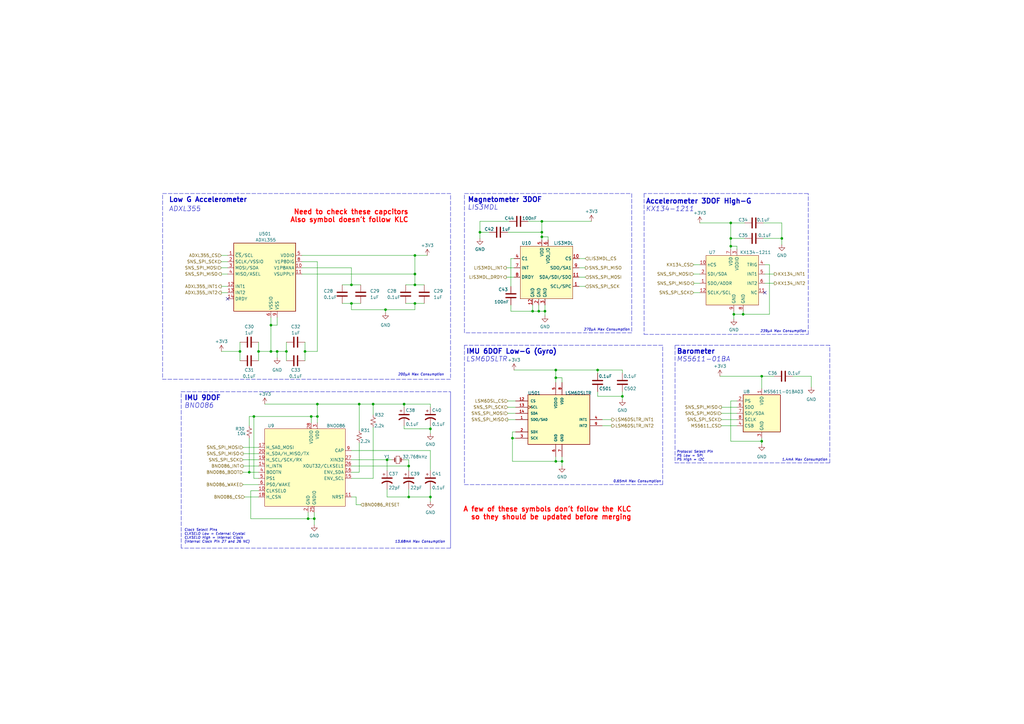
<source format=kicad_sch>
(kicad_sch (version 20230121) (generator eeschema)

  (uuid a3d4693f-0e63-4941-9445-becc1a2c32d1)

  (paper "A3")

  (title_block
    (title "MIDAS Pyro Circuitry")
    (date "2023-09-15")
    (rev "A")
    (company "Illinois Space Society")
  )

  (lib_symbols
    (symbol "Device:C" (pin_numbers hide) (pin_names (offset 0.254)) (in_bom yes) (on_board yes)
      (property "Reference" "C" (at 0.635 2.54 0)
        (effects (font (size 1.27 1.27)) (justify left))
      )
      (property "Value" "C" (at 0.635 -2.54 0)
        (effects (font (size 1.27 1.27)) (justify left))
      )
      (property "Footprint" "" (at 0.9652 -3.81 0)
        (effects (font (size 1.27 1.27)) hide)
      )
      (property "Datasheet" "~" (at 0 0 0)
        (effects (font (size 1.27 1.27)) hide)
      )
      (property "ki_keywords" "cap capacitor" (at 0 0 0)
        (effects (font (size 1.27 1.27)) hide)
      )
      (property "ki_description" "Unpolarized capacitor" (at 0 0 0)
        (effects (font (size 1.27 1.27)) hide)
      )
      (property "ki_fp_filters" "C_*" (at 0 0 0)
        (effects (font (size 1.27 1.27)) hide)
      )
      (symbol "C_0_1"
        (polyline
          (pts
            (xy -2.032 -0.762)
            (xy 2.032 -0.762)
          )
          (stroke (width 0.508) (type default))
          (fill (type none))
        )
        (polyline
          (pts
            (xy -2.032 0.762)
            (xy 2.032 0.762)
          )
          (stroke (width 0.508) (type default))
          (fill (type none))
        )
      )
      (symbol "C_1_1"
        (pin passive line (at 0 3.81 270) (length 2.794)
          (name "~" (effects (font (size 1.27 1.27))))
          (number "1" (effects (font (size 1.27 1.27))))
        )
        (pin passive line (at 0 -3.81 90) (length 2.794)
          (name "~" (effects (font (size 1.27 1.27))))
          (number "2" (effects (font (size 1.27 1.27))))
        )
      )
    )
    (symbol "Device:C_Polarized_US" (pin_numbers hide) (pin_names (offset 0.254) hide) (in_bom yes) (on_board yes)
      (property "Reference" "C" (at 0.635 2.54 0)
        (effects (font (size 1.27 1.27)) (justify left))
      )
      (property "Value" "C_Polarized_US" (at 0.635 -2.54 0)
        (effects (font (size 1.27 1.27)) (justify left))
      )
      (property "Footprint" "" (at 0 0 0)
        (effects (font (size 1.27 1.27)) hide)
      )
      (property "Datasheet" "~" (at 0 0 0)
        (effects (font (size 1.27 1.27)) hide)
      )
      (property "ki_keywords" "cap capacitor" (at 0 0 0)
        (effects (font (size 1.27 1.27)) hide)
      )
      (property "ki_description" "Polarized capacitor, US symbol" (at 0 0 0)
        (effects (font (size 1.27 1.27)) hide)
      )
      (property "ki_fp_filters" "CP_*" (at 0 0 0)
        (effects (font (size 1.27 1.27)) hide)
      )
      (symbol "C_Polarized_US_0_1"
        (polyline
          (pts
            (xy -2.032 0.762)
            (xy 2.032 0.762)
          )
          (stroke (width 0.508) (type default))
          (fill (type none))
        )
        (polyline
          (pts
            (xy -1.778 2.286)
            (xy -0.762 2.286)
          )
          (stroke (width 0) (type default))
          (fill (type none))
        )
        (polyline
          (pts
            (xy -1.27 1.778)
            (xy -1.27 2.794)
          )
          (stroke (width 0) (type default))
          (fill (type none))
        )
        (arc (start 2.032 -1.27) (mid 0 -0.5572) (end -2.032 -1.27)
          (stroke (width 0.508) (type default))
          (fill (type none))
        )
      )
      (symbol "C_Polarized_US_1_1"
        (pin passive line (at 0 3.81 270) (length 2.794)
          (name "~" (effects (font (size 1.27 1.27))))
          (number "1" (effects (font (size 1.27 1.27))))
        )
        (pin passive line (at 0 -3.81 90) (length 3.302)
          (name "~" (effects (font (size 1.27 1.27))))
          (number "2" (effects (font (size 1.27 1.27))))
        )
      )
    )
    (symbol "Device:Crystal_Small" (pin_numbers hide) (pin_names (offset 1.016) hide) (in_bom yes) (on_board yes)
      (property "Reference" "Y" (at 0 2.54 0)
        (effects (font (size 1.27 1.27)))
      )
      (property "Value" "Crystal_Small" (at 0 -2.54 0)
        (effects (font (size 1.27 1.27)))
      )
      (property "Footprint" "" (at 0 0 0)
        (effects (font (size 1.27 1.27)) hide)
      )
      (property "Datasheet" "~" (at 0 0 0)
        (effects (font (size 1.27 1.27)) hide)
      )
      (property "ki_keywords" "quartz ceramic resonator oscillator" (at 0 0 0)
        (effects (font (size 1.27 1.27)) hide)
      )
      (property "ki_description" "Two pin crystal, small symbol" (at 0 0 0)
        (effects (font (size 1.27 1.27)) hide)
      )
      (property "ki_fp_filters" "Crystal*" (at 0 0 0)
        (effects (font (size 1.27 1.27)) hide)
      )
      (symbol "Crystal_Small_0_1"
        (rectangle (start -0.762 -1.524) (end 0.762 1.524)
          (stroke (width 0) (type default))
          (fill (type none))
        )
        (polyline
          (pts
            (xy -1.27 -0.762)
            (xy -1.27 0.762)
          )
          (stroke (width 0.381) (type default))
          (fill (type none))
        )
        (polyline
          (pts
            (xy 1.27 -0.762)
            (xy 1.27 0.762)
          )
          (stroke (width 0.381) (type default))
          (fill (type none))
        )
      )
      (symbol "Crystal_Small_1_1"
        (pin passive line (at -2.54 0 0) (length 1.27)
          (name "1" (effects (font (size 1.27 1.27))))
          (number "1" (effects (font (size 1.27 1.27))))
        )
        (pin passive line (at 2.54 0 180) (length 1.27)
          (name "2" (effects (font (size 1.27 1.27))))
          (number "2" (effects (font (size 1.27 1.27))))
        )
      )
    )
    (symbol "Device:R_Small_US" (pin_numbers hide) (pin_names (offset 0.254) hide) (in_bom yes) (on_board yes)
      (property "Reference" "R" (at 0.762 0.508 0)
        (effects (font (size 1.27 1.27)) (justify left))
      )
      (property "Value" "R_Small_US" (at 0.762 -1.016 0)
        (effects (font (size 1.27 1.27)) (justify left))
      )
      (property "Footprint" "" (at 0 0 0)
        (effects (font (size 1.27 1.27)) hide)
      )
      (property "Datasheet" "~" (at 0 0 0)
        (effects (font (size 1.27 1.27)) hide)
      )
      (property "ki_keywords" "r resistor" (at 0 0 0)
        (effects (font (size 1.27 1.27)) hide)
      )
      (property "ki_description" "Resistor, small US symbol" (at 0 0 0)
        (effects (font (size 1.27 1.27)) hide)
      )
      (property "ki_fp_filters" "R_*" (at 0 0 0)
        (effects (font (size 1.27 1.27)) hide)
      )
      (symbol "R_Small_US_1_1"
        (polyline
          (pts
            (xy 0 0)
            (xy 1.016 -0.381)
            (xy 0 -0.762)
            (xy -1.016 -1.143)
            (xy 0 -1.524)
          )
          (stroke (width 0) (type default))
          (fill (type none))
        )
        (polyline
          (pts
            (xy 0 1.524)
            (xy 1.016 1.143)
            (xy 0 0.762)
            (xy -1.016 0.381)
            (xy 0 0)
          )
          (stroke (width 0) (type default))
          (fill (type none))
        )
        (pin passive line (at 0 2.54 270) (length 1.016)
          (name "~" (effects (font (size 1.27 1.27))))
          (number "1" (effects (font (size 1.27 1.27))))
        )
        (pin passive line (at 0 -2.54 90) (length 1.016)
          (name "~" (effects (font (size 1.27 1.27))))
          (number "2" (effects (font (size 1.27 1.27))))
        )
      )
    )
    (symbol "Sensor_Pressure:MS5611-01BA" (in_bom yes) (on_board yes)
      (property "Reference" "U" (at -6.35 8.89 0)
        (effects (font (size 1.27 1.27)))
      )
      (property "Value" "MS5611-01BA" (at 7.62 8.89 0)
        (effects (font (size 1.27 1.27)))
      )
      (property "Footprint" "Package_LGA:LGA-8_3x5mm_P1.25mm" (at 0 0 0)
        (effects (font (size 1.27 1.27)) hide)
      )
      (property "Datasheet" "https://www.te.com/commerce/DocumentDelivery/DDEController?Action=srchrtrv&DocNm=MS5611-01BA03&DocType=Data+Sheet&DocLang=English" (at 0 0 0)
        (effects (font (size 1.27 1.27)) hide)
      )
      (property "ki_keywords" "pressure SPI I2C" (at 0 0 0)
        (effects (font (size 1.27 1.27)) hide)
      )
      (property "ki_description" "Barometric pressure sensor, 10cm resolution, 10 to 1200 mbar, I2C and SPI interface up to 20MHz, LGA-8" (at 0 0 0)
        (effects (font (size 1.27 1.27)) hide)
      )
      (property "ki_fp_filters" "LGA*3x5mm*P1.25mm*" (at 0 0 0)
        (effects (font (size 1.27 1.27)) hide)
      )
      (symbol "MS5611-01BA_0_1"
        (rectangle (start -7.62 7.62) (end 7.62 -7.62)
          (stroke (width 0.254) (type default))
          (fill (type background))
        )
      )
      (symbol "MS5611-01BA_1_1"
        (pin power_in line (at 0 10.16 270) (length 2.54)
          (name "VDD" (effects (font (size 1.27 1.27))))
          (number "1" (effects (font (size 1.27 1.27))))
        )
        (pin input line (at -10.16 5.08 0) (length 2.54)
          (name "PS" (effects (font (size 1.27 1.27))))
          (number "2" (effects (font (size 1.27 1.27))))
        )
        (pin power_in line (at 0 -10.16 90) (length 2.54)
          (name "GND" (effects (font (size 1.27 1.27))))
          (number "3" (effects (font (size 1.27 1.27))))
        )
        (pin input line (at -10.16 -5.08 0) (length 2.54)
          (name "CSB" (effects (font (size 1.27 1.27))))
          (number "4" (effects (font (size 1.27 1.27))))
        )
        (pin input line (at -10.16 -5.08 0) (length 2.54) hide
          (name "CSB" (effects (font (size 1.27 1.27))))
          (number "5" (effects (font (size 1.27 1.27))))
        )
        (pin output line (at -10.16 2.54 0) (length 2.54)
          (name "SDO" (effects (font (size 1.27 1.27))))
          (number "6" (effects (font (size 1.27 1.27))))
        )
        (pin bidirectional line (at -10.16 0 0) (length 2.54)
          (name "SDI/SDA" (effects (font (size 1.27 1.27))))
          (number "7" (effects (font (size 1.27 1.27))))
        )
        (pin input line (at -10.16 -2.54 0) (length 2.54)
          (name "SCLK" (effects (font (size 1.27 1.27))))
          (number "8" (effects (font (size 1.27 1.27))))
        )
      )
    )
    (symbol "Sensors_Motion_Analog:ADXL355" (in_bom yes) (on_board yes)
      (property "Reference" "U507" (at -7.62 16.51 0)
        (effects (font (size 1.27 1.27)) (justify left))
      )
      (property "Value" "ADXL355" (at -8.89 13.97 0)
        (effects (font (size 1.27 1.27)) (justify left))
      )
      (property "Footprint" "Sensor_Motion_Analog:Analog_LGA_14-7.4x7.4mm" (at 73.66 -76.2 0)
        (effects (font (size 1.27 1.27)) hide)
      )
      (property "Datasheet" "https://www.analog.com/media/en/technical-documentation/data-sheets/adxl354_adxl355.pdf" (at 71.12 -73.66 0)
        (effects (font (size 1.27 1.27)) hide)
      )
      (property "ki_keywords" "3-Axis MEMS Accelerometer 2/4/8 range I2C/SPI LGA-14 Analog" (at 0 0 0)
        (effects (font (size 1.27 1.27)) hide)
      )
      (property "ki_description" "3-Axis MEMS Accelerometer, 2/4/8 range, I2C/SPI, LGA-14 Analog" (at 0 0 0)
        (effects (font (size 1.27 1.27)) hide)
      )
      (symbol "ADXL355_0_0"
        (pin input line (at -20.32 7.62 0) (length 2.54)
          (name "~{CS}/SCL" (effects (font (size 1.27 1.27))))
          (number "1" (effects (font (size 1.27 1.27))))
        )
        (pin power_in line (at 10.16 2.54 180) (length 2.54)
          (name "V1P8ANA" (effects (font (size 1.27 1.27))))
          (number "10" (effects (font (size 1.27 1.27))))
        )
        (pin power_in line (at 10.16 0 180) (length 2.54)
          (name "VSUPPLY" (effects (font (size 1.27 1.27))))
          (number "11" (effects (font (size 1.27 1.27))))
        )
        (pin output line (at -20.32 -5.08 0) (length 2.54)
          (name "INT1" (effects (font (size 1.27 1.27))))
          (number "12" (effects (font (size 1.27 1.27))))
        )
        (pin output line (at -20.32 -7.62 0) (length 2.54)
          (name "INT2" (effects (font (size 1.27 1.27))))
          (number "13" (effects (font (size 1.27 1.27))))
        )
        (pin output line (at -20.32 -10.16 0) (length 2.54)
          (name "DRDY" (effects (font (size 1.27 1.27))))
          (number "14" (effects (font (size 1.27 1.27))))
        )
        (pin input line (at -20.32 5.08 0) (length 2.54)
          (name "SCLK/VSSIO" (effects (font (size 1.27 1.27))))
          (number "2" (effects (font (size 1.27 1.27))))
        )
        (pin bidirectional line (at -20.32 2.54 0) (length 2.54)
          (name "MOSI/SDA" (effects (font (size 1.27 1.27))))
          (number "3" (effects (font (size 1.27 1.27))))
        )
        (pin bidirectional line (at -20.32 0 0) (length 2.54)
          (name "MISO/ASEL" (effects (font (size 1.27 1.27))))
          (number "4" (effects (font (size 1.27 1.27))))
        )
        (pin power_in line (at 10.16 7.62 180) (length 2.54)
          (name "VDDIO" (effects (font (size 1.27 1.27))))
          (number "5" (effects (font (size 1.27 1.27))))
        )
        (pin power_in line (at -2.54 -17.78 90) (length 2.54)
          (name "VSSIO" (effects (font (size 1.27 1.27))))
          (number "6" (effects (font (size 1.27 1.27))))
        )
        (pin power_in line (at 10.16 5.08 180) (length 2.54)
          (name "V1P8DIG" (effects (font (size 1.27 1.27))))
          (number "8" (effects (font (size 1.27 1.27))))
        )
        (pin power_in line (at 0 -17.78 90) (length 2.54)
          (name "VSS" (effects (font (size 1.27 1.27))))
          (number "9" (effects (font (size 1.27 1.27))))
        )
      )
      (symbol "ADXL355_1_0"
        (pin no_connect line (at 10.16 -2.54 180) (length 2.54) hide
          (name "RESERVED" (effects (font (size 1.27 1.27))))
          (number "7" (effects (font (size 1.27 1.27))))
        )
      )
      (symbol "ADXL355_1_1"
        (rectangle (start -17.78 12.7) (end 7.62 -15.24)
          (stroke (width 0.254) (type default))
          (fill (type background))
        )
      )
    )
    (symbol "Sensors_Motion_CEVA:BNO086" (in_bom yes) (on_board yes)
      (property "Reference" "U" (at -14.605 15.875 0)
        (effects (font (size 1.27 1.27)))
      )
      (property "Value" "BNO086" (at 13.97 15.875 0)
        (effects (font (size 1.27 1.27)))
      )
      (property "Footprint" "Package_LGA:LGA-28_5.2x3.8mm_P0.5mm" (at 0 -27.94 0)
        (effects (font (size 1.27 1.27)) hide)
      )
      (property "Datasheet" "https://www.ceva-dsp.com/wp-content/uploads/2019/10/BNO080_085-Datasheet.pdf" (at 0 -22.86 0)
        (effects (font (size 1.27 1.27)) hide)
      )
      (property "ki_keywords" "IMU Accelerometer Gyroscope Magnetometer Sensor 9DOF 9-Axis" (at 0 0 0)
        (effects (font (size 1.27 1.27)) hide)
      )
      (property "ki_description" "9-Axis Absolute Orientation Sensor: Accelerometer, Gyroscope, Magnetometer" (at 0 0 0)
        (effects (font (size 1.27 1.27)) hide)
      )
      (symbol "BNO086_0_1"
        (rectangle (start -15.24 14.605) (end 17.78 -17.145)
          (stroke (width 0) (type default))
          (fill (type background))
        )
      )
      (symbol "BNO086_1_1"
        (pin input line (at -17.78 -10.795 0) (length 2.54)
          (name "CLKSEL0" (effects (font (size 1.27 1.27))))
          (number "10" (effects (font (size 1.27 1.27))))
        )
        (pin input line (at 20.32 -13.335 180) (length 2.54)
          (name "NRST" (effects (font (size 1.27 1.27))))
          (number "11" (effects (font (size 1.27 1.27))))
        )
        (pin output line (at -17.78 -0.635 0) (length 2.54)
          (name "H_INTN" (effects (font (size 1.27 1.27))))
          (number "14" (effects (font (size 1.27 1.27))))
        )
        (pin bidirectional line (at 20.32 -5.715 180) (length 2.54)
          (name "ENV_SCL" (effects (font (size 1.27 1.27))))
          (number "15" (effects (font (size 1.27 1.27))))
        )
        (pin bidirectional line (at 20.32 -3.175 180) (length 2.54)
          (name "ENV_SDA" (effects (font (size 1.27 1.27))))
          (number "16" (effects (font (size 1.27 1.27))))
        )
        (pin input line (at -17.78 6.985 0) (length 2.54)
          (name "H_SA0_MOSI" (effects (font (size 1.27 1.27))))
          (number "17" (effects (font (size 1.27 1.27))))
        )
        (pin input line (at -17.78 -13.335 0) (length 2.54)
          (name "H_CSN" (effects (font (size 1.27 1.27))))
          (number "18" (effects (font (size 1.27 1.27))))
        )
        (pin bidirectional line (at -17.78 1.905 0) (length 2.54)
          (name "H_SCL/SCK/RX" (effects (font (size 1.27 1.27))))
          (number "19" (effects (font (size 1.27 1.27))))
        )
        (pin power_in line (at 2.54 -19.685 90) (length 2.54)
          (name "GND" (effects (font (size 1.27 1.27))))
          (number "2" (effects (font (size 1.27 1.27))))
        )
        (pin bidirectional line (at -17.78 4.445 0) (length 2.54)
          (name "H_SDA/H_MISO/TX" (effects (font (size 1.27 1.27))))
          (number "20" (effects (font (size 1.27 1.27))))
        )
        (pin power_in line (at 5.08 -19.685 90) (length 2.54)
          (name "GNDIO" (effects (font (size 1.27 1.27))))
          (number "25" (effects (font (size 1.27 1.27))))
        )
        (pin output line (at 20.32 -0.635 180) (length 2.54)
          (name "XOUT32/CLKSEL1" (effects (font (size 1.27 1.27))))
          (number "26" (effects (font (size 1.27 1.27))))
        )
        (pin input line (at 20.32 1.905 180) (length 2.54)
          (name "XIN32" (effects (font (size 1.27 1.27))))
          (number "27" (effects (font (size 1.27 1.27))))
        )
        (pin power_in line (at 3.81 17.145 270) (length 2.54)
          (name "VDDIO" (effects (font (size 1.27 1.27))))
          (number "28" (effects (font (size 1.27 1.27))))
        )
        (pin power_in line (at 6.35 17.145 270) (length 2.54)
          (name "VDD" (effects (font (size 1.27 1.27))))
          (number "3" (effects (font (size 1.27 1.27))))
        )
        (pin input line (at -17.78 -3.175 0) (length 2.54)
          (name "BOOTN" (effects (font (size 1.27 1.27))))
          (number "4" (effects (font (size 1.27 1.27))))
        )
        (pin input line (at -17.78 -5.715 0) (length 2.54)
          (name "PS1" (effects (font (size 1.27 1.27))))
          (number "5" (effects (font (size 1.27 1.27))))
        )
        (pin input line (at -17.78 -8.255 0) (length 2.54)
          (name "PS0/WAKE" (effects (font (size 1.27 1.27))))
          (number "6" (effects (font (size 1.27 1.27))))
        )
        (pin passive line (at 20.32 5.715 180) (length 2.54)
          (name "CAP" (effects (font (size 1.27 1.27))))
          (number "9" (effects (font (size 1.27 1.27))))
        )
      )
    )
    (symbol "Sensors_Motion_Kionix:KX134-1211" (in_bom yes) (on_board yes)
      (property "Reference" "U" (at -11.43 11.43 0)
        (effects (font (size 1.27 1.27)))
      )
      (property "Value" "KX134-1211" (at 8.89 11.43 0)
        (effects (font (size 1.27 1.27)))
      )
      (property "Footprint" "Package_LGA:LGA-12_2x2mm_P0.5mm" (at 0 -20.32 0)
        (effects (font (size 1.27 1.27)) hide)
      )
      (property "Datasheet" "https://kionixfs.azureedge.net/en/datasheet/kx134-1211-e.pdf" (at 0 -15.24 0)
        (effects (font (size 1.27 1.27)) hide)
      )
      (property "ki_keywords" "Accelerometer 3DOF 3-Axis Sensor" (at 0 0 0)
        (effects (font (size 1.27 1.27)) hide)
      )
      (property "ki_description" "3-Axis Accelerometer Sensor ±8g/±16g/±32g/±64g" (at 0 0 0)
        (effects (font (size 1.27 1.27)) hide)
      )
      (symbol "KX134-1211_0_0"
        (text "" (at -12.7 2.54 0)
          (effects (font (size 1.27 1.27)))
        )
      )
      (symbol "KX134-1211_0_1"
        (rectangle (start -11.43 10.16) (end 10.16 -10.16)
          (stroke (width 0) (type default))
          (fill (type background))
        )
      )
      (symbol "KX134-1211_1_1"
        (pin bidirectional line (at -13.97 -1.27 0) (length 2.54)
          (name "SDO/ADDR" (effects (font (size 1.27 1.27))))
          (number "1" (effects (font (size 1.27 1.27))))
        )
        (pin input line (at -13.97 6.35 0) (length 2.54)
          (name "nCS" (effects (font (size 1.27 1.27))))
          (number "10" (effects (font (size 1.27 1.27))))
        )
        (pin unspecified line (at 12.7 -5.08 180) (length 2.54)
          (name "NC" (effects (font (size 1.27 1.27))))
          (number "11" (effects (font (size 1.27 1.27))))
        )
        (pin input line (at -13.97 -5.08 0) (length 2.54)
          (name "SCLK/SCL" (effects (font (size 1.27 1.27))))
          (number "12" (effects (font (size 1.27 1.27))))
        )
        (pin bidirectional line (at -13.97 2.54 0) (length 2.54)
          (name "SDI/SDA" (effects (font (size 1.27 1.27))))
          (number "2" (effects (font (size 1.27 1.27))))
        )
        (pin power_in line (at 1.27 12.7 270) (length 2.54)
          (name "VDDIO" (effects (font (size 1.27 1.27))))
          (number "3" (effects (font (size 1.27 1.27))))
        )
        (pin input line (at 12.7 6.35 180) (length 2.54)
          (name "TRIG" (effects (font (size 1.27 1.27))))
          (number "4" (effects (font (size 1.27 1.27))))
        )
        (pin output line (at 12.7 2.54 180) (length 2.54)
          (name "INT1" (effects (font (size 1.27 1.27))))
          (number "5" (effects (font (size 1.27 1.27))))
        )
        (pin output line (at 12.7 -1.27 180) (length 2.54)
          (name "INT2" (effects (font (size 1.27 1.27))))
          (number "6" (effects (font (size 1.27 1.27))))
        )
        (pin power_in line (at -1.27 12.7 270) (length 2.54)
          (name "VDD" (effects (font (size 1.27 1.27))))
          (number "7" (effects (font (size 1.27 1.27))))
        )
        (pin power_in line (at 3.81 -12.7 90) (length 2.54)
          (name "GND" (effects (font (size 1.27 1.27))))
          (number "8" (effects (font (size 1.27 1.27))))
        )
        (pin power_in line (at 0 -12.7 90) (length 2.54)
          (name "GND" (effects (font (size 1.27 1.27))))
          (number "9" (effects (font (size 1.27 1.27))))
        )
      )
    )
    (symbol "Sensors_Motion_STM:LIS3MDL" (in_bom yes) (on_board yes)
      (property "Reference" "U" (at -10.16 11.43 0)
        (effects (font (size 1.27 1.27)))
      )
      (property "Value" "LIS3MDL" (at 7.62 11.43 0)
        (effects (font (size 1.27 1.27)))
      )
      (property "Footprint" "Package_LGA:LGA-12_2x2mm_P0.5mm" (at 0 -22.86 0)
        (effects (font (size 1.27 1.27)) hide)
      )
      (property "Datasheet" "https://www.st.com/content/ccc/resource/technical/document/datasheet/54/2a/85/76/e3/97/42/18/DM00075867.pdf/files/DM00075867.pdf/jcr:content/translations/en.DM00075867.pdf" (at 0 -17.78 0)
        (effects (font (size 1.27 1.27)) hide)
      )
      (property "ki_keywords" "Magnetometer Sensor 3DOF 3-Axis Sensor" (at 0 0 0)
        (effects (font (size 1.27 1.27)) hide)
      )
      (property "ki_description" "3-Axis Magnetometer Sensor ±4/±8/±12/±16 gauss" (at 0 0 0)
        (effects (font (size 1.27 1.27)) hide)
      )
      (symbol "LIS3MDL_0_1"
        (rectangle (start -10.16 10.16) (end 11.43 -11.43)
          (stroke (width 0) (type default))
          (fill (type background))
        )
      )
      (symbol "LIS3MDL_1_1"
        (pin input line (at 13.97 -6.35 180) (length 2.54)
          (name "SCL/SPC" (effects (font (size 1.27 1.27))))
          (number "1" (effects (font (size 1.27 1.27))))
        )
        (pin input line (at 13.97 5.08 180) (length 2.54)
          (name "CS" (effects (font (size 1.27 1.27))))
          (number "10" (effects (font (size 1.27 1.27))))
        )
        (pin input line (at 13.97 -2.54 180) (length 2.54)
          (name "SDA/SDI/SDO" (effects (font (size 1.27 1.27))))
          (number "11" (effects (font (size 1.27 1.27))))
        )
        (pin power_in line (at -5.08 -13.97 90) (length 2.54)
          (name "GND" (effects (font (size 1.27 1.27))))
          (number "12" (effects (font (size 1.27 1.27))))
        )
        (pin power_in line (at -2.54 -13.97 90) (length 2.54)
          (name "GND" (effects (font (size 1.27 1.27))))
          (number "2" (effects (font (size 1.27 1.27))))
        )
        (pin power_in line (at 0 -13.97 90) (length 2.54)
          (name "GND" (effects (font (size 1.27 1.27))))
          (number "3" (effects (font (size 1.27 1.27))))
        )
        (pin input line (at -12.7 5.08 0) (length 2.54)
          (name "C1" (effects (font (size 1.27 1.27))))
          (number "4" (effects (font (size 1.27 1.27))))
        )
        (pin power_in line (at -1.27 12.7 270) (length 2.54)
          (name "VDD" (effects (font (size 1.27 1.27))))
          (number "5" (effects (font (size 1.27 1.27))))
        )
        (pin power_in line (at 1.27 12.7 270) (length 2.54)
          (name "VDD_IO" (effects (font (size 1.27 1.27))))
          (number "6" (effects (font (size 1.27 1.27))))
        )
        (pin output line (at -12.7 1.27 0) (length 2.54)
          (name "INT" (effects (font (size 1.27 1.27))))
          (number "7" (effects (font (size 1.27 1.27))))
        )
        (pin output line (at -12.7 -2.54 0) (length 2.54)
          (name "DRDY" (effects (font (size 1.27 1.27))))
          (number "8" (effects (font (size 1.27 1.27))))
        )
        (pin output line (at 13.97 1.27 180) (length 2.54)
          (name "SDO/SA1" (effects (font (size 1.27 1.27))))
          (number "9" (effects (font (size 1.27 1.27))))
        )
      )
    )
    (symbol "Sensors_Motion_STM:LSM6DSLTR" (pin_names (offset 1.016)) (in_bom yes) (on_board yes)
      (property "Reference" "U" (at -12.7187 10.6837 0)
        (effects (font (size 1.27 1.27)) (justify left bottom))
      )
      (property "Value" "LSM6DSLTR" (at 3.81 10.16 0)
        (effects (font (size 1.27 1.27)) (justify left bottom))
      )
      (property "Footprint" "Package_LGA:Bosch_LGA-14_3x2.5mm_P0.5mm" (at 0 -25.4 0)
        (effects (font (size 1.27 1.27)) (justify bottom) hide)
      )
      (property "Datasheet" "https://www.st.com/content/ccc/resource/technical/document/datasheet/ee/23/a0/dc/1d/68/45/52/DM00237456.pdf/files/DM00237456.pdf/jcr:content/translations/en.DM00237456.pdf" (at 7.62 -20.32 0)
        (effects (font (size 1.27 1.27)) hide)
      )
      (property "ki_keywords" "Accelerometer Gyroscope IMU Sensor 6-Axis 6DOF iNEMO" (at 0 0 0)
        (effects (font (size 1.27 1.27)) hide)
      )
      (property "ki_description" "6-Axis iNEMO Inertial Sensor: Accelerometer ±2/±4/±8/±16g, Gyroscope ±125/±250/±500/±1000/±2000 dps" (at 0 0 0)
        (effects (font (size 1.27 1.27)) hide)
      )
      (symbol "LSM6DSLTR_0_0"
        (rectangle (start -12.7 -10.16) (end 12.7 10.16)
          (stroke (width 0.254) (type default))
          (fill (type background))
        )
        (pin bidirectional line (at -17.78 0 0) (length 5.08)
          (name "SDO/SA0" (effects (font (size 1.016 1.016))))
          (number "1" (effects (font (size 1.016 1.016))))
        )
        (pin input line (at -17.78 7.62 0) (length 5.08)
          (name "CS" (effects (font (size 1.016 1.016))))
          (number "12" (effects (font (size 1.016 1.016))))
        )
        (pin input clock (at -17.78 5.08 0) (length 5.08)
          (name "SCL" (effects (font (size 1.016 1.016))))
          (number "13" (effects (font (size 1.016 1.016))))
        )
        (pin bidirectional line (at -17.78 2.54 0) (length 5.08)
          (name "SDA" (effects (font (size 1.016 1.016))))
          (number "14" (effects (font (size 1.016 1.016))))
        )
        (pin bidirectional line (at -17.78 -5.08 0) (length 5.08)
          (name "SDX" (effects (font (size 1.016 1.016))))
          (number "2" (effects (font (size 1.016 1.016))))
        )
        (pin bidirectional line (at -17.78 -7.62 0) (length 5.08)
          (name "SCX" (effects (font (size 1.016 1.016))))
          (number "3" (effects (font (size 1.016 1.016))))
        )
        (pin output line (at 17.78 0 180) (length 5.08)
          (name "INT1" (effects (font (size 1.016 1.016))))
          (number "4" (effects (font (size 1.016 1.016))))
        )
        (pin power_in line (at -1.27 15.24 270) (length 5.08)
          (name "VDDIO" (effects (font (size 1.016 1.016))))
          (number "5" (effects (font (size 1.016 1.016))))
        )
        (pin power_in line (at -1.27 -15.24 90) (length 5.08)
          (name "GND" (effects (font (size 1.016 1.016))))
          (number "6" (effects (font (size 1.016 1.016))))
        )
        (pin power_in line (at 1.27 -15.24 90) (length 5.08)
          (name "GND" (effects (font (size 1.016 1.016))))
          (number "7" (effects (font (size 1.016 1.016))))
        )
        (pin power_in line (at 1.27 15.24 270) (length 5.08)
          (name "VDD" (effects (font (size 1.016 1.016))))
          (number "8" (effects (font (size 1.016 1.016))))
        )
        (pin output line (at 17.78 -2.54 180) (length 5.08)
          (name "INT2" (effects (font (size 1.016 1.016))))
          (number "9" (effects (font (size 1.016 1.016))))
        )
      )
    )
    (symbol "power:+3V3" (power) (pin_names (offset 0)) (in_bom yes) (on_board yes)
      (property "Reference" "#PWR" (at 0 -3.81 0)
        (effects (font (size 1.27 1.27)) hide)
      )
      (property "Value" "+3V3" (at 0 3.556 0)
        (effects (font (size 1.27 1.27)))
      )
      (property "Footprint" "" (at 0 0 0)
        (effects (font (size 1.27 1.27)) hide)
      )
      (property "Datasheet" "" (at 0 0 0)
        (effects (font (size 1.27 1.27)) hide)
      )
      (property "ki_keywords" "global power" (at 0 0 0)
        (effects (font (size 1.27 1.27)) hide)
      )
      (property "ki_description" "Power symbol creates a global label with name \"+3V3\"" (at 0 0 0)
        (effects (font (size 1.27 1.27)) hide)
      )
      (symbol "+3V3_0_1"
        (polyline
          (pts
            (xy -0.762 1.27)
            (xy 0 2.54)
          )
          (stroke (width 0) (type default))
          (fill (type none))
        )
        (polyline
          (pts
            (xy 0 0)
            (xy 0 2.54)
          )
          (stroke (width 0) (type default))
          (fill (type none))
        )
        (polyline
          (pts
            (xy 0 2.54)
            (xy 0.762 1.27)
          )
          (stroke (width 0) (type default))
          (fill (type none))
        )
      )
      (symbol "+3V3_1_1"
        (pin power_in line (at 0 0 90) (length 0) hide
          (name "+3V3" (effects (font (size 1.27 1.27))))
          (number "1" (effects (font (size 1.27 1.27))))
        )
      )
    )
    (symbol "power:GND" (power) (pin_names (offset 0)) (in_bom yes) (on_board yes)
      (property "Reference" "#PWR" (at 0 -6.35 0)
        (effects (font (size 1.27 1.27)) hide)
      )
      (property "Value" "GND" (at 0 -3.81 0)
        (effects (font (size 1.27 1.27)))
      )
      (property "Footprint" "" (at 0 0 0)
        (effects (font (size 1.27 1.27)) hide)
      )
      (property "Datasheet" "" (at 0 0 0)
        (effects (font (size 1.27 1.27)) hide)
      )
      (property "ki_keywords" "global power" (at 0 0 0)
        (effects (font (size 1.27 1.27)) hide)
      )
      (property "ki_description" "Power symbol creates a global label with name \"GND\" , ground" (at 0 0 0)
        (effects (font (size 1.27 1.27)) hide)
      )
      (symbol "GND_0_1"
        (polyline
          (pts
            (xy 0 0)
            (xy 0 -1.27)
            (xy 1.27 -1.27)
            (xy 0 -2.54)
            (xy -1.27 -1.27)
            (xy 0 -1.27)
          )
          (stroke (width 0) (type default))
          (fill (type none))
        )
      )
      (symbol "GND_1_1"
        (pin power_in line (at 0 0 270) (length 0) hide
          (name "GND" (effects (font (size 1.27 1.27))))
          (number "1" (effects (font (size 1.27 1.27))))
        )
      )
    )
  )

  (junction (at 304.8 128.905) (diameter 0) (color 0 0 0 0)
    (uuid 014a8572-c355-4494-9dde-eaf53fe60ff3)
  )
  (junction (at 170.18 116.84) (diameter 0) (color 0 0 0 0)
    (uuid 081372b7-631a-4475-a481-b4aa498de537)
  )
  (junction (at 299.72 100.965) (diameter 0) (color 0 0 0 0)
    (uuid 09083b53-9e59-42f9-99f8-9e470f5b8d95)
  )
  (junction (at 144.145 116.84) (diameter 0) (color 0 0 0 0)
    (uuid 0c34801c-8eca-46a8-be72-a5d4b91a4df8)
  )
  (junction (at 130.175 165.735) (diameter 0) (color 0 0 0 0)
    (uuid 0e888ebb-d1b3-4d4a-aa4d-f9599e846c74)
  )
  (junction (at 227.965 151.765) (diameter 0) (color 0 0 0 0)
    (uuid 148147ef-b209-4a3a-8fc7-ba6d2064aac7)
  )
  (junction (at 312.42 154.305) (diameter 0) (color 0 0 0 0)
    (uuid 1bc7d53b-58cc-42b9-acad-07c1d2a3fab0)
  )
  (junction (at 176.53 175.895) (diameter 0) (color 0 0 0 0)
    (uuid 1de535fa-98dc-4c03-999e-38de17ba0977)
  )
  (junction (at 222.25 95.25) (diameter 0) (color 0 0 0 0)
    (uuid 20c29697-c79c-479b-aa71-7f447098e7cd)
  )
  (junction (at 158.115 127) (diameter 0) (color 0 0 0 0)
    (uuid 245c8193-391a-4354-90e6-db8192750a13)
  )
  (junction (at 167.64 203.835) (diameter 0) (color 0 0 0 0)
    (uuid 29707c21-3cf7-41c4-bf4d-45fd6a902c70)
  )
  (junction (at 117.475 144.145) (diameter 0) (color 0 0 0 0)
    (uuid 2bea0e7e-042c-4ffa-b971-9fb393556e9c)
  )
  (junction (at 255.27 162.56) (diameter 0) (color 0 0 0 0)
    (uuid 2f5192f8-0b51-4930-a887-260f4c463ddb)
  )
  (junction (at 220.98 127.635) (diameter 0) (color 0 0 0 0)
    (uuid 377c2856-7572-4770-b1fe-dc746b335ed0)
  )
  (junction (at 111.125 144.145) (diameter 0) (color 0 0 0 0)
    (uuid 423e293e-60b5-4005-aa3a-80439e85b26c)
  )
  (junction (at 113.665 144.145) (diameter 0) (color 0 0 0 0)
    (uuid 448a5a5b-04d3-41fa-9046-584ee7f594d8)
  )
  (junction (at 176.53 203.835) (diameter 0) (color 0 0 0 0)
    (uuid 4ba5fa30-cee7-4718-93ef-b7287cb6cfc5)
  )
  (junction (at 153.035 165.735) (diameter 0) (color 0 0 0 0)
    (uuid 58b8b491-e8d8-4edb-95b5-0a44ca34873c)
  )
  (junction (at 320.675 97.79) (diameter 0) (color 0 0 0 0)
    (uuid 620cede9-9ae1-4938-9efe-6d637b0e64b2)
  )
  (junction (at 98.425 144.145) (diameter 0) (color 0 0 0 0)
    (uuid 66da2f33-9939-4d7d-bacf-644e0cd3d6cf)
  )
  (junction (at 128.905 212.725) (diameter 0) (color 0 0 0 0)
    (uuid 697b467d-28ec-4c78-8d37-4d5a77faa6b9)
  )
  (junction (at 227.965 189.23) (diameter 0) (color 0 0 0 0)
    (uuid 6bc9dbfb-59c9-4c96-a75a-7c48e0d6f435)
  )
  (junction (at 222.25 90.805) (diameter 0) (color 0 0 0 0)
    (uuid 72d51734-e719-4b87-af8c-dbf40981b0c7)
  )
  (junction (at 222.25 97.155) (diameter 0) (color 0 0 0 0)
    (uuid 80f7ee97-299a-43d4-8887-e3df77737242)
  )
  (junction (at 165.735 165.735) (diameter 0) (color 0 0 0 0)
    (uuid 831de77b-42c2-4210-8d2d-37c18e99b66a)
  )
  (junction (at 130.175 170.815) (diameter 0) (color 0 0 0 0)
    (uuid 83d9811e-a00f-4ea9-a327-81b3de86faa8)
  )
  (junction (at 126.365 212.725) (diameter 0) (color 0 0 0 0)
    (uuid 851028c4-b94d-47a0-bd07-54ab29b62a8e)
  )
  (junction (at 299.72 97.79) (diameter 0) (color 0 0 0 0)
    (uuid 8792640e-f067-45ae-adde-c9d17605c6b3)
  )
  (junction (at 167.64 191.135) (diameter 0) (color 0 0 0 0)
    (uuid 8e65bc4b-8038-4b6c-a23a-2152b1b364ab)
  )
  (junction (at 299.72 91.44) (diameter 0) (color 0 0 0 0)
    (uuid 9ea85bd2-3f32-45f5-8e75-f3432432f6d8)
  )
  (junction (at 218.44 127.635) (diameter 0) (color 0 0 0 0)
    (uuid a12f2d80-1196-4c16-89f4-337934648303)
  )
  (junction (at 158.75 188.595) (diameter 0) (color 0 0 0 0)
    (uuid a2382939-05f2-4ad1-8de7-19796b6b4389)
  )
  (junction (at 125.095 144.145) (diameter 0) (color 0 0 0 0)
    (uuid a446393c-6aec-4851-b956-62aa65c7c346)
  )
  (junction (at 227.965 154.94) (diameter 0) (color 0 0 0 0)
    (uuid a5b6d3d4-a541-4cfc-aae2-38fe0d5b9881)
  )
  (junction (at 245.11 151.765) (diameter 0) (color 0 0 0 0)
    (uuid a7226269-05c2-4de6-8b17-32324a2e73e5)
  )
  (junction (at 102.235 193.675) (diameter 0) (color 0 0 0 0)
    (uuid a8c5b71e-3cb5-4229-bc40-30841f3186b2)
  )
  (junction (at 111.125 133.35) (diameter 0) (color 0 0 0 0)
    (uuid b152f1f9-0bea-4e82-ad64-d4f6df2ef86d)
  )
  (junction (at 144.145 124.46) (diameter 0) (color 0 0 0 0)
    (uuid b3ad389c-bcd7-4243-8172-6e72f36ce2cb)
  )
  (junction (at 196.85 95.25) (diameter 0) (color 0 0 0 0)
    (uuid b4f0b679-dd8c-4b93-87fb-9cdab5f1e617)
  )
  (junction (at 170.18 124.46) (diameter 0) (color 0 0 0 0)
    (uuid b881e6a4-1f72-4729-8889-ebb3a558cb65)
  )
  (junction (at 170.18 112.395) (diameter 0) (color 0 0 0 0)
    (uuid bbf9b16d-2373-4fab-aefe-ac63cc0e63da)
  )
  (junction (at 106.045 144.145) (diameter 0) (color 0 0 0 0)
    (uuid c5d56479-c583-4899-9b5b-2c1bb20c25d2)
  )
  (junction (at 300.99 128.905) (diameter 0) (color 0 0 0 0)
    (uuid d7481737-822a-42d4-a33e-c84ee8d7b2d5)
  )
  (junction (at 127.635 170.815) (diameter 0) (color 0 0 0 0)
    (uuid df790277-b49f-4389-b111-464a01adf1b3)
  )
  (junction (at 147.32 165.735) (diameter 0) (color 0 0 0 0)
    (uuid e0bd8217-7945-4e23-a83b-b204c935ee10)
  )
  (junction (at 170.18 104.775) (diameter 0) (color 0 0 0 0)
    (uuid eaeb41b3-9b47-48f7-b315-bb4a1ec880ae)
  )
  (junction (at 230.505 189.23) (diameter 0) (color 0 0 0 0)
    (uuid efb3ea34-29d0-412d-99b9-684f92b49d4b)
  )
  (junction (at 104.14 170.815) (diameter 0) (color 0 0 0 0)
    (uuid f2e5d5b1-ce0d-46a1-a69a-27cfcfdaad4f)
  )
  (junction (at 223.52 127.635) (diameter 0) (color 0 0 0 0)
    (uuid f91fb02b-7e59-4156-bc4d-cd847f9c5960)
  )
  (junction (at 312.42 180.975) (diameter 0) (color 0 0 0 0)
    (uuid fac8e2c7-df74-4ed9-a76e-e54a35875509)
  )
  (junction (at 210.185 179.705) (diameter 0) (color 0 0 0 0)
    (uuid fc54fd11-ca7c-4d64-8b8a-606bc2c8f87a)
  )

  (no_connect (at 313.69 120.015) (uuid 295312d9-a631-4b4a-918d-65d61a8c9e84))
  (no_connect (at 93.345 122.555) (uuid 72b4735a-3e52-45f3-94fa-5ee25970e183))

  (wire (pts (xy 284.48 120.015) (xy 287.02 120.015))
    (stroke (width 0) (type default))
    (uuid 03a9dbca-5f98-4742-83ee-c4a7202b8280)
  )
  (wire (pts (xy 104.14 196.215) (xy 106.045 196.215))
    (stroke (width 0) (type default))
    (uuid 03ccbb9a-7baf-45e4-be0f-dba72061ecd5)
  )
  (wire (pts (xy 245.11 162.56) (xy 255.27 162.56))
    (stroke (width 0) (type default))
    (uuid 055f8e69-784b-40b1-83f8-a32d21c6b848)
  )
  (wire (pts (xy 106.045 140.335) (xy 106.045 144.145))
    (stroke (width 0) (type default))
    (uuid 068874ed-73b0-42bf-a104-6afa88f1466a)
  )
  (wire (pts (xy 207.645 113.665) (xy 210.82 113.665))
    (stroke (width 0) (type default))
    (uuid 07c65c48-da05-45e2-9082-b4af838345fd)
  )
  (wire (pts (xy 167.64 203.835) (xy 176.53 203.835))
    (stroke (width 0) (type default))
    (uuid 0b59b41b-f0f1-476b-9a0a-a59328598682)
  )
  (wire (pts (xy 227.965 154.94) (xy 230.505 154.94))
    (stroke (width 0) (type default))
    (uuid 0b85258f-f2e7-430f-b69a-89011cb8863e)
  )
  (wire (pts (xy 312.42 154.305) (xy 312.42 159.385))
    (stroke (width 0) (type default))
    (uuid 0bae588f-9f3c-4567-bd7e-bfa39c1b0a44)
  )
  (wire (pts (xy 295.91 169.545) (xy 302.26 169.545))
    (stroke (width 0) (type default))
    (uuid 0bfc45d3-ea07-4921-83b4-554fb77fb174)
  )
  (wire (pts (xy 317.5 154.305) (xy 312.42 154.305))
    (stroke (width 0) (type default))
    (uuid 0c27a287-3468-4143-b29f-e02e5a925447)
  )
  (wire (pts (xy 312.42 180.975) (xy 312.42 179.705))
    (stroke (width 0) (type default))
    (uuid 0dca11f7-248c-407a-b274-6b10e52c097c)
  )
  (wire (pts (xy 113.665 130.175) (xy 113.665 133.35))
    (stroke (width 0) (type default))
    (uuid 0dd1e2da-e8c9-4f3d-941f-e204b5ff348e)
  )
  (wire (pts (xy 170.18 116.84) (xy 173.99 116.84))
    (stroke (width 0) (type default))
    (uuid 0df35e9f-4246-459f-9514-0fe361072428)
  )
  (wire (pts (xy 127.635 170.815) (xy 130.175 170.815))
    (stroke (width 0) (type default))
    (uuid 10081a16-46d3-4088-99e5-17c0eaeba7b6)
  )
  (wire (pts (xy 102.87 201.295) (xy 102.87 212.725))
    (stroke (width 0) (type default))
    (uuid 10554a1e-9456-47a4-b250-66c0f27e1fb2)
  )
  (wire (pts (xy 176.53 184.785) (xy 176.53 193.04))
    (stroke (width 0) (type default))
    (uuid 10887891-2c19-4e62-805d-0da59888ce23)
  )
  (polyline (pts (xy 276.86 141.605) (xy 276.86 189.865))
    (stroke (width 0) (type dash))
    (uuid 11ea0c90-107e-46ef-97dc-e406b9699d36)
  )

  (wire (pts (xy 284.48 108.585) (xy 287.02 108.585))
    (stroke (width 0) (type default))
    (uuid 132ab0f1-1596-4132-b105-f8dca881ef17)
  )
  (wire (pts (xy 126.365 210.185) (xy 126.365 212.725))
    (stroke (width 0) (type default))
    (uuid 16f1b61e-45b5-4ef7-b481-88aac34fd0ef)
  )
  (wire (pts (xy 102.235 193.675) (xy 106.045 193.675))
    (stroke (width 0) (type default))
    (uuid 17204b22-8a72-4992-b8e8-de195a37f2e7)
  )
  (wire (pts (xy 99.695 193.675) (xy 102.235 193.675))
    (stroke (width 0) (type default))
    (uuid 17767110-5276-4465-9023-c3c5606ac972)
  )
  (wire (pts (xy 222.25 90.805) (xy 222.25 95.25))
    (stroke (width 0) (type default))
    (uuid 18dfa30c-0a65-42e5-b534-173af9dafaba)
  )
  (wire (pts (xy 165.735 175.895) (xy 165.735 174.625))
    (stroke (width 0) (type default))
    (uuid 1b572ca9-79bb-4da6-b8ef-d75455206c36)
  )
  (wire (pts (xy 106.045 144.145) (xy 106.045 147.955))
    (stroke (width 0) (type default))
    (uuid 1cdf1c47-e192-4c3b-8989-b6b580d02d44)
  )
  (wire (pts (xy 299.72 180.975) (xy 312.42 180.975))
    (stroke (width 0) (type default))
    (uuid 1d373a2a-49b5-482f-83e0-bc4dcea0354a)
  )
  (wire (pts (xy 113.665 144.145) (xy 117.475 144.145))
    (stroke (width 0) (type default))
    (uuid 1e743d11-6ddb-48d1-aec9-f86933463c41)
  )
  (wire (pts (xy 295.91 167.005) (xy 302.26 167.005))
    (stroke (width 0) (type default))
    (uuid 1ed69590-4c30-486a-9e18-2d462f9b9000)
  )
  (wire (pts (xy 223.52 127.635) (xy 223.52 125.095))
    (stroke (width 0) (type default))
    (uuid 20d6763f-e84c-4a6b-8c62-982248618890)
  )
  (wire (pts (xy 317.5 116.205) (xy 313.69 116.205))
    (stroke (width 0) (type default))
    (uuid 21571f5e-0a7c-4289-87ce-aee03d1176a4)
  )
  (wire (pts (xy 123.825 112.395) (xy 170.18 112.395))
    (stroke (width 0) (type default))
    (uuid 22091555-c8e3-4a62-a857-663423275b92)
  )
  (polyline (pts (xy 190.5 198.755) (xy 271.78 198.755))
    (stroke (width 0) (type dash))
    (uuid 22985758-09f3-4010-95b9-ac5953d073d6)
  )
  (polyline (pts (xy 331.47 137.16) (xy 331.47 79.375))
    (stroke (width 0) (type dash))
    (uuid 22c4c646-2556-408a-ae24-de32a528d2c0)
  )
  (polyline (pts (xy 340.36 189.865) (xy 340.36 141.605))
    (stroke (width 0) (type dash))
    (uuid 25984657-db4d-4166-a4ce-00909bdc0f4a)
  )

  (wire (pts (xy 224.79 97.155) (xy 224.79 98.425))
    (stroke (width 0) (type default))
    (uuid 267d23be-d65a-4c93-8527-1026eac043b0)
  )
  (polyline (pts (xy 340.36 141.605) (xy 276.86 141.605))
    (stroke (width 0) (type dash))
    (uuid 276635de-f7c0-463a-9739-c650dfa335be)
  )

  (wire (pts (xy 222.25 90.805) (xy 242.57 90.805))
    (stroke (width 0) (type default))
    (uuid 278cb1de-f2c2-4bd6-8539-3aae91e4cc2c)
  )
  (wire (pts (xy 304.8 128.905) (xy 300.99 128.905))
    (stroke (width 0) (type default))
    (uuid 28e4026e-03b8-4592-8ffa-b66d79fc4cce)
  )
  (wire (pts (xy 106.045 198.755) (xy 99.695 198.755))
    (stroke (width 0) (type default))
    (uuid 296bb73f-97ce-4b0c-92f3-80931fd7d3ad)
  )
  (wire (pts (xy 284.48 116.205) (xy 287.02 116.205))
    (stroke (width 0) (type default))
    (uuid 2dafdc5f-1c85-4f1c-b84e-56b1d056f847)
  )
  (wire (pts (xy 332.74 154.305) (xy 332.74 158.75))
    (stroke (width 0) (type default))
    (uuid 2df1b28a-d703-431c-8549-9eff061cbd6c)
  )
  (wire (pts (xy 222.25 95.25) (xy 222.25 97.155))
    (stroke (width 0) (type default))
    (uuid 2e1d242a-560e-4f02-b7a6-4d4d5f774898)
  )
  (wire (pts (xy 313.055 91.44) (xy 320.675 91.44))
    (stroke (width 0) (type default))
    (uuid 2f3b158b-349c-4724-b6c3-fc2927f68ade)
  )
  (wire (pts (xy 167.64 200.66) (xy 167.64 203.835))
    (stroke (width 0) (type default))
    (uuid 301a5329-f4f9-4d7b-adf4-4ad1be9c3dcd)
  )
  (wire (pts (xy 216.535 90.805) (xy 222.25 90.805))
    (stroke (width 0) (type default))
    (uuid 306d9016-a2b9-4452-a27d-a48e12d17784)
  )
  (wire (pts (xy 130.175 165.735) (xy 130.175 170.815))
    (stroke (width 0) (type default))
    (uuid 313c47c7-31c4-4cba-b79d-7602470bc811)
  )
  (wire (pts (xy 144.145 191.135) (xy 167.64 191.135))
    (stroke (width 0) (type default))
    (uuid 318b4bd9-4ba9-4720-b31e-9164ad0c32bf)
  )
  (wire (pts (xy 166.37 124.46) (xy 170.18 124.46))
    (stroke (width 0) (type default))
    (uuid 32240bd2-58b9-48b7-8160-3133ab91e6ed)
  )
  (wire (pts (xy 255.27 151.765) (xy 255.27 153.035))
    (stroke (width 0) (type default))
    (uuid 32998412-d367-42b5-a3b9-b479dd83e368)
  )
  (wire (pts (xy 218.44 127.635) (xy 220.98 127.635))
    (stroke (width 0) (type default))
    (uuid 34f03cc0-e3e5-437c-9c25-346cc4f68aca)
  )
  (wire (pts (xy 255.27 163.83) (xy 255.27 162.56))
    (stroke (width 0) (type default))
    (uuid 34fec9f0-67fa-41ee-9516-efb0840e3eb3)
  )
  (wire (pts (xy 99.695 188.595) (xy 106.045 188.595))
    (stroke (width 0) (type default))
    (uuid 36300f16-1291-4fb8-9a18-4d439d960099)
  )
  (wire (pts (xy 207.645 109.855) (xy 210.82 109.855))
    (stroke (width 0) (type default))
    (uuid 364b93ee-28e0-49ec-bbb1-40f835bd81fd)
  )
  (wire (pts (xy 320.675 97.79) (xy 320.675 100.33))
    (stroke (width 0) (type default))
    (uuid 39708660-d1d6-4e71-9238-691faa185e30)
  )
  (polyline (pts (xy 331.47 79.375) (xy 264.16 79.375))
    (stroke (width 0) (type dash))
    (uuid 3a280700-296c-4f66-ad26-78f5f6ca5f8c)
  )

  (wire (pts (xy 209.55 127.635) (xy 218.44 127.635))
    (stroke (width 0) (type default))
    (uuid 3d64e40d-f7ac-43cd-b3d6-f1ad5d756a4b)
  )
  (wire (pts (xy 123.825 109.855) (xy 144.145 109.855))
    (stroke (width 0) (type default))
    (uuid 3f437638-7cee-4055-87f0-250ff382fdb0)
  )
  (wire (pts (xy 312.42 182.245) (xy 312.42 180.975))
    (stroke (width 0) (type default))
    (uuid 400b07da-dd79-4a6e-86aa-3918aa3f6849)
  )
  (wire (pts (xy 222.25 97.155) (xy 224.79 97.155))
    (stroke (width 0) (type default))
    (uuid 40ad2417-9e3d-4d8b-b457-ae3390e5632a)
  )
  (wire (pts (xy 147.32 181.61) (xy 147.32 193.675))
    (stroke (width 0) (type default))
    (uuid 40bb89d7-4bc8-4264-b189-09d1089ec00e)
  )
  (wire (pts (xy 208.28 95.25) (xy 222.25 95.25))
    (stroke (width 0) (type default))
    (uuid 4240c2f9-412b-41e5-b5d7-bb3b62be4a03)
  )
  (wire (pts (xy 140.335 124.46) (xy 144.145 124.46))
    (stroke (width 0) (type default))
    (uuid 4307697c-047b-4a96-8735-cf4468d37528)
  )
  (wire (pts (xy 144.145 127) (xy 158.115 127))
    (stroke (width 0) (type default))
    (uuid 4425e08c-b25f-4138-aa40-b6de1296d163)
  )
  (wire (pts (xy 208.28 169.545) (xy 211.455 169.545))
    (stroke (width 0) (type default))
    (uuid 447d5d1b-4e15-4732-a09e-9da8b1222821)
  )
  (wire (pts (xy 245.11 160.655) (xy 245.11 162.56))
    (stroke (width 0) (type default))
    (uuid 45d6252d-c2c0-49fa-a86b-03b5adde9b6f)
  )
  (wire (pts (xy 227.965 151.765) (xy 245.11 151.765))
    (stroke (width 0) (type default))
    (uuid 462d3d68-3d26-4cf0-94c4-e5c3c1215eb0)
  )
  (wire (pts (xy 220.98 127.635) (xy 223.52 127.635))
    (stroke (width 0) (type default))
    (uuid 46994354-129c-4287-9cac-be45e6a7ffd0)
  )
  (wire (pts (xy 167.64 193.04) (xy 167.64 191.135))
    (stroke (width 0) (type default))
    (uuid 478a11a9-382f-44d9-845c-c64114cc3ea6)
  )
  (wire (pts (xy 176.53 203.835) (xy 176.53 205.74))
    (stroke (width 0) (type default))
    (uuid 4b301ccf-5f09-4134-afcf-b40fb71b9dfa)
  )
  (wire (pts (xy 237.49 109.855) (xy 240.03 109.855))
    (stroke (width 0) (type default))
    (uuid 4c8c4398-ba53-4b2d-b3a2-bbbb58b270c5)
  )
  (polyline (pts (xy 264.16 137.16) (xy 331.47 137.16))
    (stroke (width 0) (type dash))
    (uuid 4d005f0b-bfd8-4a23-90f9-463797096472)
  )

  (wire (pts (xy 104.14 170.815) (xy 102.235 170.815))
    (stroke (width 0) (type default))
    (uuid 4e54400d-e58b-462e-9f2e-bc6c43596aae)
  )
  (wire (pts (xy 170.18 124.46) (xy 173.99 124.46))
    (stroke (width 0) (type default))
    (uuid 4e817494-39a3-4171-a3d1-036eac07b4d0)
  )
  (wire (pts (xy 102.87 212.725) (xy 126.365 212.725))
    (stroke (width 0) (type default))
    (uuid 4f405970-d124-493d-a4a6-c249a92585e7)
  )
  (wire (pts (xy 240.03 117.475) (xy 237.49 117.475))
    (stroke (width 0) (type default))
    (uuid 4fa9a968-991a-4da5-861a-ccd065faef03)
  )
  (wire (pts (xy 315.595 108.585) (xy 315.595 128.905))
    (stroke (width 0) (type default))
    (uuid 526ea1a2-5a40-45b6-8c33-25bfcc7fc24c)
  )
  (wire (pts (xy 144.145 196.215) (xy 153.035 196.215))
    (stroke (width 0) (type default))
    (uuid 54ac2177-f647-4b47-a0cc-386ffc8223c1)
  )
  (wire (pts (xy 230.505 189.23) (xy 230.505 191.135))
    (stroke (width 0) (type default))
    (uuid 54cfe15b-6711-4fb0-abed-97b09548691c)
  )
  (wire (pts (xy 144.145 124.46) (xy 144.145 127))
    (stroke (width 0) (type default))
    (uuid 56fb9a5b-5837-4630-9e1d-4af33f383f18)
  )
  (wire (pts (xy 90.805 144.145) (xy 98.425 144.145))
    (stroke (width 0) (type default))
    (uuid 575c5213-bbfc-4d40-96db-3fd8ef16c211)
  )
  (wire (pts (xy 130.175 144.145) (xy 125.095 144.145))
    (stroke (width 0) (type default))
    (uuid 59a7f6a6-6fab-43d1-9738-5b560efbffc4)
  )
  (wire (pts (xy 302.26 164.465) (xy 299.72 164.465))
    (stroke (width 0) (type default))
    (uuid 5a028cdc-5353-4e85-8588-a339cd9cde55)
  )
  (wire (pts (xy 304.8 127.635) (xy 304.8 128.905))
    (stroke (width 0) (type default))
    (uuid 5a490b54-9a47-492e-9357-a9ed76f7a6b6)
  )
  (wire (pts (xy 144.145 124.46) (xy 147.955 124.46))
    (stroke (width 0) (type default))
    (uuid 5b9f4435-ee2c-4845-9a7b-e280905d9baf)
  )
  (wire (pts (xy 220.98 125.095) (xy 220.98 127.635))
    (stroke (width 0) (type default))
    (uuid 5d63e315-427f-4dcd-b949-ae0c55916a50)
  )
  (wire (pts (xy 99.695 183.515) (xy 106.045 183.515))
    (stroke (width 0) (type default))
    (uuid 5f0a958c-c5b4-480b-8a66-03d930a1738d)
  )
  (wire (pts (xy 255.27 160.655) (xy 255.27 162.56))
    (stroke (width 0) (type default))
    (uuid 605ba73a-96ac-4bd4-ba87-190de9361c22)
  )
  (wire (pts (xy 113.665 146.685) (xy 113.665 144.145))
    (stroke (width 0) (type default))
    (uuid 60638097-b20b-4336-9b8b-fc1ad5271ffb)
  )
  (wire (pts (xy 170.18 104.775) (xy 170.18 112.395))
    (stroke (width 0) (type default))
    (uuid 625c1ef0-9a30-44a3-84cc-983f88d722cb)
  )
  (wire (pts (xy 227.965 154.94) (xy 227.965 156.845))
    (stroke (width 0) (type default))
    (uuid 62744b66-3678-431b-a08a-ee5f7043cdaf)
  )
  (wire (pts (xy 90.805 107.315) (xy 93.345 107.315))
    (stroke (width 0) (type default))
    (uuid 6475cf3f-3932-485e-a551-ee7bf46d2ef1)
  )
  (wire (pts (xy 111.125 130.175) (xy 111.125 133.35))
    (stroke (width 0) (type default))
    (uuid 68a717fb-fbf1-49fa-9e56-eaeb6cc10253)
  )
  (wire (pts (xy 128.905 212.725) (xy 126.365 212.725))
    (stroke (width 0) (type default))
    (uuid 6997a9f8-fec2-4ecc-b035-8a43859ddca6)
  )
  (wire (pts (xy 287.02 91.44) (xy 299.72 91.44))
    (stroke (width 0) (type default))
    (uuid 6a62ac92-4726-4364-9044-fe8d073f3a8a)
  )
  (wire (pts (xy 211.455 177.165) (xy 210.185 177.165))
    (stroke (width 0) (type default))
    (uuid 6af260b7-ddc4-4392-bbe0-ef6e5452006b)
  )
  (wire (pts (xy 196.85 90.805) (xy 196.85 95.25))
    (stroke (width 0) (type default))
    (uuid 6be2fd63-819c-4b7a-8810-dd0ac3968513)
  )
  (wire (pts (xy 313.69 108.585) (xy 315.595 108.585))
    (stroke (width 0) (type default))
    (uuid 6d3dda50-ea06-4926-9f49-6d1c45263925)
  )
  (wire (pts (xy 295.91 172.085) (xy 302.26 172.085))
    (stroke (width 0) (type default))
    (uuid 6f385548-361c-4bee-a4a6-6d2bccab28c1)
  )
  (wire (pts (xy 158.115 127) (xy 158.115 128.27))
    (stroke (width 0) (type default))
    (uuid 71d9cadc-1a98-4438-bc05-702ce9632440)
  )
  (wire (pts (xy 106.045 144.145) (xy 111.125 144.145))
    (stroke (width 0) (type default))
    (uuid 724e40c8-ae9a-40f6-83d3-248f3da5a5e2)
  )
  (polyline (pts (xy 271.78 141.605) (xy 190.5 141.605))
    (stroke (width 0) (type dash))
    (uuid 74a52e1d-591b-4024-a3b8-44c2fa4369dc)
  )

  (wire (pts (xy 108.585 165.735) (xy 130.175 165.735))
    (stroke (width 0) (type default))
    (uuid 75850efe-de7b-403b-b5cb-2558baf558e7)
  )
  (wire (pts (xy 299.72 100.965) (xy 299.72 102.235))
    (stroke (width 0) (type default))
    (uuid 7701a7bc-4799-406e-8b70-ad68867eb365)
  )
  (wire (pts (xy 140.335 116.84) (xy 144.145 116.84))
    (stroke (width 0) (type default))
    (uuid 7763bd8f-2f07-4f90-bdf3-6b990ff1f86f)
  )
  (wire (pts (xy 208.28 167.005) (xy 211.455 167.005))
    (stroke (width 0) (type default))
    (uuid 77b35e12-38b6-49ea-ac00-ac38b174ce1c)
  )
  (wire (pts (xy 102.235 170.815) (xy 102.235 174.625))
    (stroke (width 0) (type default))
    (uuid 780dc9ee-d269-40e4-b8cd-4511f3f8ebe3)
  )
  (wire (pts (xy 176.53 175.895) (xy 165.735 175.895))
    (stroke (width 0) (type default))
    (uuid 7c355063-c6bc-4bcb-b4a1-33b6b5b516bb)
  )
  (wire (pts (xy 104.14 170.815) (xy 127.635 170.815))
    (stroke (width 0) (type default))
    (uuid 7c9158fa-1af4-4eaf-a4e9-5dcfee7c415f)
  )
  (wire (pts (xy 313.055 97.79) (xy 320.675 97.79))
    (stroke (width 0) (type default))
    (uuid 7ca9bd77-5bd7-4430-8ac8-0e1c23658733)
  )
  (wire (pts (xy 130.175 165.735) (xy 147.32 165.735))
    (stroke (width 0) (type default))
    (uuid 7d453dd8-dc24-40d8-8b6b-2beb52d9e2c4)
  )
  (wire (pts (xy 127.635 170.815) (xy 127.635 173.355))
    (stroke (width 0) (type default))
    (uuid 7e666d55-60e7-4cdf-a834-2771c045e4be)
  )
  (wire (pts (xy 167.64 188.595) (xy 165.735 188.595))
    (stroke (width 0) (type default))
    (uuid 7f6dd2c4-54df-4751-a94d-529c65cba32a)
  )
  (wire (pts (xy 299.72 97.79) (xy 299.72 91.44))
    (stroke (width 0) (type default))
    (uuid 8052f5a9-42f3-4a97-b0d0-c65acee1588a)
  )
  (wire (pts (xy 295.275 154.305) (xy 312.42 154.305))
    (stroke (width 0) (type default))
    (uuid 83282381-d72c-4ee6-870c-65b56b20a581)
  )
  (polyline (pts (xy 276.86 189.865) (xy 340.36 189.865))
    (stroke (width 0) (type dash))
    (uuid 84996ee0-ed85-4467-93ac-eb51db90a06e)
  )

  (wire (pts (xy 210.185 177.165) (xy 210.185 179.705))
    (stroke (width 0) (type default))
    (uuid 859fcdc7-6910-4557-b300-dddb131cd860)
  )
  (wire (pts (xy 299.72 164.465) (xy 299.72 180.975))
    (stroke (width 0) (type default))
    (uuid 86fdbb3d-f32e-45c1-a85a-6c58c6b791f6)
  )
  (wire (pts (xy 295.91 174.625) (xy 302.26 174.625))
    (stroke (width 0) (type default))
    (uuid 885b646b-4b18-4483-8a35-00c62bfd6f44)
  )
  (wire (pts (xy 128.905 212.725) (xy 128.905 215.265))
    (stroke (width 0) (type default))
    (uuid 8a0764b0-3b5d-4d7d-b83e-e74e61f2f9d7)
  )
  (wire (pts (xy 170.18 127) (xy 170.18 124.46))
    (stroke (width 0) (type default))
    (uuid 8a7f0482-59d6-4651-9344-85468deffef9)
  )
  (wire (pts (xy 167.64 191.135) (xy 167.64 188.595))
    (stroke (width 0) (type default))
    (uuid 8ab33fb3-31e3-464d-9e77-b595c7d60f93)
  )
  (wire (pts (xy 158.75 200.66) (xy 158.75 203.835))
    (stroke (width 0) (type default))
    (uuid 8bdc1b90-dfd9-42b5-990e-0ebb6198e933)
  )
  (polyline (pts (xy 264.16 79.375) (xy 264.16 137.16))
    (stroke (width 0) (type dash))
    (uuid 8e7ca335-4c21-415b-b617-73abdfc28478)
  )

  (wire (pts (xy 240.03 106.045) (xy 237.49 106.045))
    (stroke (width 0) (type default))
    (uuid 8ee4e1c5-8235-4abb-ba27-04ee6d2c1281)
  )
  (wire (pts (xy 299.72 100.965) (xy 302.26 100.965))
    (stroke (width 0) (type default))
    (uuid 913a5262-c9e0-4f77-b5d4-76ec4abd65b5)
  )
  (wire (pts (xy 147.32 165.735) (xy 147.32 176.53))
    (stroke (width 0) (type default))
    (uuid 91571dc2-b830-4558-a5b5-9ad56a164483)
  )
  (wire (pts (xy 90.805 112.395) (xy 93.345 112.395))
    (stroke (width 0) (type default))
    (uuid 916ef0b0-4e69-4a5c-ac6b-1a8bbaee3576)
  )
  (wire (pts (xy 165.735 165.735) (xy 176.53 165.735))
    (stroke (width 0) (type default))
    (uuid 9353746c-7ea8-44c9-8d1b-e0d4ff48d6b6)
  )
  (wire (pts (xy 144.145 188.595) (xy 158.75 188.595))
    (stroke (width 0) (type default))
    (uuid 94203a19-94d1-470f-a059-d5a3c16733c6)
  )
  (wire (pts (xy 102.235 193.675) (xy 102.235 179.705))
    (stroke (width 0) (type default))
    (uuid 948ef848-83cd-4119-8796-08c3f2729b53)
  )
  (wire (pts (xy 227.965 151.765) (xy 227.965 154.94))
    (stroke (width 0) (type default))
    (uuid 95ce8c90-4488-4e3a-a77e-572ec3c4a28e)
  )
  (wire (pts (xy 230.505 187.325) (xy 230.505 189.23))
    (stroke (width 0) (type default))
    (uuid 963f861d-4bf6-4caf-bd57-666a25223af2)
  )
  (wire (pts (xy 170.18 104.775) (xy 175.26 104.775))
    (stroke (width 0) (type default))
    (uuid 9722090b-a710-4dd9-ae5f-7757946f3870)
  )
  (wire (pts (xy 302.26 102.235) (xy 302.26 100.965))
    (stroke (width 0) (type default))
    (uuid 9b8e6c9c-587a-4a11-b347-e373ed714ecb)
  )
  (wire (pts (xy 176.53 177.8) (xy 176.53 175.895))
    (stroke (width 0) (type default))
    (uuid 9bd1b5bd-2707-4910-9413-afbb087172fa)
  )
  (wire (pts (xy 166.37 116.84) (xy 170.18 116.84))
    (stroke (width 0) (type default))
    (uuid 9c6114dc-6262-4502-a87b-ecfcb3928d19)
  )
  (wire (pts (xy 125.095 140.335) (xy 125.095 144.145))
    (stroke (width 0) (type default))
    (uuid 9d7fb32e-242d-4b42-9bc0-215a43867b09)
  )
  (wire (pts (xy 99.695 186.055) (xy 106.045 186.055))
    (stroke (width 0) (type default))
    (uuid 9dbb75ad-9f8c-4ec0-9f01-552a819dc325)
  )
  (wire (pts (xy 90.805 120.015) (xy 93.345 120.015))
    (stroke (width 0) (type default))
    (uuid 9f668914-0525-492f-89c5-d3e60280c179)
  )
  (polyline (pts (xy 190.5 141.605) (xy 190.5 198.755))
    (stroke (width 0) (type dash))
    (uuid 9fe66270-b517-435a-bf9a-fa818a3a2aff)
  )

  (wire (pts (xy 176.53 203.835) (xy 176.53 200.66))
    (stroke (width 0) (type default))
    (uuid a072fe7d-8408-4c29-b219-e98772d68bef)
  )
  (wire (pts (xy 222.25 97.155) (xy 222.25 98.425))
    (stroke (width 0) (type default))
    (uuid a0dcad6c-a1c0-4797-9ce4-046fb1de859f)
  )
  (wire (pts (xy 158.75 203.835) (xy 167.64 203.835))
    (stroke (width 0) (type default))
    (uuid a3b791fb-de63-4d7e-86e1-2986b10fd4e6)
  )
  (wire (pts (xy 176.53 174.625) (xy 176.53 175.895))
    (stroke (width 0) (type default))
    (uuid a3d98495-a186-4e76-a7ec-9ef4037be3a9)
  )
  (wire (pts (xy 209.55 125.095) (xy 209.55 127.635))
    (stroke (width 0) (type default))
    (uuid a49321a6-0c37-4bcd-9350-3171698a353d)
  )
  (polyline (pts (xy 184.785 160.655) (xy 184.785 224.79))
    (stroke (width 0) (type default))
    (uuid a4e09b43-e1de-40a8-9eca-9eb25f979fd5)
  )

  (wire (pts (xy 98.425 144.145) (xy 98.425 147.955))
    (stroke (width 0) (type default))
    (uuid a54817a0-8fa0-4373-a9e9-d2256017fec2)
  )
  (wire (pts (xy 300.99 127.635) (xy 300.99 128.905))
    (stroke (width 0) (type default))
    (uuid a6035cac-26c5-4017-a50a-b08f6aaf8daa)
  )
  (wire (pts (xy 90.805 104.775) (xy 93.345 104.775))
    (stroke (width 0) (type default))
    (uuid a688a963-b04d-40df-a2c0-64870110a7d4)
  )
  (wire (pts (xy 284.48 112.395) (xy 287.02 112.395))
    (stroke (width 0) (type default))
    (uuid a6fc2606-1d71-4d6c-96d2-c0e05b79d7f4)
  )
  (wire (pts (xy 299.72 91.44) (xy 305.435 91.44))
    (stroke (width 0) (type default))
    (uuid a70a3b11-a282-478a-bd06-b99201cc935d)
  )
  (wire (pts (xy 144.145 184.785) (xy 176.53 184.785))
    (stroke (width 0) (type default))
    (uuid a71de743-f275-4636-888d-7523e0d36577)
  )
  (wire (pts (xy 128.905 210.185) (xy 128.905 212.725))
    (stroke (width 0) (type default))
    (uuid a78eb15c-046b-4545-89c5-6854eb3cbe6e)
  )
  (wire (pts (xy 158.75 188.595) (xy 158.75 193.04))
    (stroke (width 0) (type default))
    (uuid aa41b377-97f4-4d3a-b3f4-f479473fa311)
  )
  (wire (pts (xy 90.805 117.475) (xy 93.345 117.475))
    (stroke (width 0) (type default))
    (uuid ab767677-128f-4bed-9401-00ffa599ce4a)
  )
  (wire (pts (xy 144.145 116.84) (xy 147.955 116.84))
    (stroke (width 0) (type default))
    (uuid ad7c8a19-c4ad-470a-ac4b-b4884ef027a8)
  )
  (wire (pts (xy 240.03 113.665) (xy 237.49 113.665))
    (stroke (width 0) (type default))
    (uuid ad9ce2d9-2074-463c-9b89-cc92acbed142)
  )
  (wire (pts (xy 317.5 112.395) (xy 313.69 112.395))
    (stroke (width 0) (type default))
    (uuid af3cf637-ca29-4c97-afdd-252340620643)
  )
  (wire (pts (xy 250.825 174.625) (xy 247.015 174.625))
    (stroke (width 0) (type default))
    (uuid af7421f8-79b9-4c90-ba47-df8f9324cf1c)
  )
  (wire (pts (xy 144.145 203.835) (xy 146.05 203.835))
    (stroke (width 0) (type default))
    (uuid b04c243a-1485-4813-8638-73507b6d9aa6)
  )
  (wire (pts (xy 325.12 154.305) (xy 332.74 154.305))
    (stroke (width 0) (type default))
    (uuid b0655e5e-bd19-4a41-b398-0ff672670804)
  )
  (wire (pts (xy 111.125 144.145) (xy 113.665 144.145))
    (stroke (width 0) (type default))
    (uuid b2078011-120b-46f1-a407-0c94ac7f2aca)
  )
  (polyline (pts (xy 184.785 224.79) (xy 74.295 224.79))
    (stroke (width 0) (type dash))
    (uuid b68bd62b-370d-4e11-9947-3937196937ac)
  )

  (wire (pts (xy 130.175 173.355) (xy 130.175 170.815))
    (stroke (width 0) (type default))
    (uuid b7840e56-9314-4d45-be2d-33a5b3aae3d2)
  )
  (wire (pts (xy 117.475 140.335) (xy 117.475 144.145))
    (stroke (width 0) (type default))
    (uuid bb06a7e2-3482-4d85-8235-0878466c03d2)
  )
  (wire (pts (xy 111.125 133.35) (xy 111.125 144.145))
    (stroke (width 0) (type default))
    (uuid bc605f04-376e-4f4a-9290-766a83e56270)
  )
  (wire (pts (xy 320.675 97.79) (xy 320.675 91.44))
    (stroke (width 0) (type default))
    (uuid bc696819-c0c8-4536-b6d7-072358de9a17)
  )
  (wire (pts (xy 245.11 151.765) (xy 245.11 153.035))
    (stroke (width 0) (type default))
    (uuid bd08a322-8bd3-48fa-b631-05918cd8dbd7)
  )
  (wire (pts (xy 153.035 165.735) (xy 153.035 170.18))
    (stroke (width 0) (type default))
    (uuid bec45f44-20fb-46a0-a7e5-5a818eb661a7)
  )
  (wire (pts (xy 130.175 107.315) (xy 130.175 144.145))
    (stroke (width 0) (type default))
    (uuid bf78a692-230c-45bd-8492-789b6ab9cb3d)
  )
  (wire (pts (xy 196.85 95.25) (xy 200.66 95.25))
    (stroke (width 0) (type default))
    (uuid c025e6ca-08f3-4128-9c47-42d3584b0389)
  )
  (wire (pts (xy 176.53 167.005) (xy 176.53 165.735))
    (stroke (width 0) (type default))
    (uuid c02fbd45-43d6-45d2-afd2-fe463db78e88)
  )
  (polyline (pts (xy 74.295 160.655) (xy 184.785 160.655))
    (stroke (width 0) (type dash))
    (uuid c0a12708-cecd-4dad-b5cf-fce7f22a856b)
  )

  (wire (pts (xy 223.52 127.635) (xy 223.52 129.54))
    (stroke (width 0) (type default))
    (uuid c20913a6-c9d1-46de-8262-a8c818d9236b)
  )
  (wire (pts (xy 144.145 193.675) (xy 147.32 193.675))
    (stroke (width 0) (type default))
    (uuid c489b0a8-e85d-4493-bf18-5e49c5fd64d8)
  )
  (wire (pts (xy 170.18 112.395) (xy 170.18 116.84))
    (stroke (width 0) (type default))
    (uuid c6d0b423-5c59-447a-9e42-e095ae32ad0d)
  )
  (wire (pts (xy 250.825 172.085) (xy 247.015 172.085))
    (stroke (width 0) (type default))
    (uuid c9496bf5-ee4c-48e3-ae1c-e9f68f59115c)
  )
  (polyline (pts (xy 271.78 198.755) (xy 271.78 141.605))
    (stroke (width 0) (type dash))
    (uuid ca1302b3-ee87-4c9c-8123-6f3420e42da0)
  )

  (wire (pts (xy 98.425 140.335) (xy 98.425 144.145))
    (stroke (width 0) (type default))
    (uuid cb891849-6643-40c1-8aef-c881cc0b2ae7)
  )
  (wire (pts (xy 210.82 151.765) (xy 227.965 151.765))
    (stroke (width 0) (type default))
    (uuid cd6e9c84-b0a5-4769-a117-ce7a65c643f2)
  )
  (wire (pts (xy 209.55 106.045) (xy 209.55 117.475))
    (stroke (width 0) (type default))
    (uuid ce406356-8c71-4dfe-ae79-323e1228e7a3)
  )
  (wire (pts (xy 210.185 189.23) (xy 227.965 189.23))
    (stroke (width 0) (type default))
    (uuid d0110f12-ddde-475b-8b71-b130c63ceaa9)
  )
  (wire (pts (xy 208.28 172.085) (xy 211.455 172.085))
    (stroke (width 0) (type default))
    (uuid d1ff8342-a8bd-4727-bbeb-a0690585071c)
  )
  (wire (pts (xy 99.695 191.135) (xy 106.045 191.135))
    (stroke (width 0) (type default))
    (uuid d2913515-049a-4a6e-9273-69b804b0b06e)
  )
  (wire (pts (xy 315.595 128.905) (xy 304.8 128.905))
    (stroke (width 0) (type default))
    (uuid d34d62a8-e246-4f7d-a92c-332b90cc6343)
  )
  (wire (pts (xy 117.475 144.145) (xy 117.475 147.955))
    (stroke (width 0) (type default))
    (uuid d409db69-466e-4edf-80c5-35e135a1d727)
  )
  (wire (pts (xy 299.72 97.79) (xy 305.435 97.79))
    (stroke (width 0) (type default))
    (uuid d6dfb600-2017-468e-a30c-d270655ace52)
  )
  (wire (pts (xy 100.33 203.835) (xy 106.045 203.835))
    (stroke (width 0) (type default))
    (uuid d7011e51-7c6d-4bb1-b903-8da98c956bc5)
  )
  (wire (pts (xy 147.32 165.735) (xy 153.035 165.735))
    (stroke (width 0) (type default))
    (uuid d804e2a5-e6d7-4267-8be0-45838cd65e0a)
  )
  (wire (pts (xy 227.965 187.325) (xy 227.965 189.23))
    (stroke (width 0) (type default))
    (uuid d9e1fd8a-9883-47e0-b18d-fdd681fe9c2e)
  )
  (wire (pts (xy 230.505 189.23) (xy 227.965 189.23))
    (stroke (width 0) (type default))
    (uuid dacbbc15-daa8-40b7-a0b4-1099e6429cfa)
  )
  (wire (pts (xy 90.805 109.855) (xy 93.345 109.855))
    (stroke (width 0) (type default))
    (uuid daf282ef-df4c-43d4-807f-dbfe244323f8)
  )
  (wire (pts (xy 208.28 164.465) (xy 211.455 164.465))
    (stroke (width 0) (type default))
    (uuid dca3c97b-5981-4be1-8bd7-093d9e582cd6)
  )
  (wire (pts (xy 113.665 133.35) (xy 111.125 133.35))
    (stroke (width 0) (type default))
    (uuid ddcc272c-16ab-4898-8da1-9dca3536fe54)
  )
  (wire (pts (xy 196.85 95.25) (xy 196.85 97.79))
    (stroke (width 0) (type default))
    (uuid deeaffcc-b966-449e-8579-638d74a455b4)
  )
  (wire (pts (xy 299.72 97.79) (xy 299.72 100.965))
    (stroke (width 0) (type default))
    (uuid e0d98e75-d55b-4be6-8f2d-86241ce2c0a4)
  )
  (wire (pts (xy 102.87 201.295) (xy 106.045 201.295))
    (stroke (width 0) (type default))
    (uuid e18d7419-6e9c-4e18-b91c-0778fd393c4b)
  )
  (wire (pts (xy 153.035 165.735) (xy 165.735 165.735))
    (stroke (width 0) (type default))
    (uuid e30aa864-e046-4d51-8b8e-997530e923cf)
  )
  (wire (pts (xy 158.115 127) (xy 170.18 127))
    (stroke (width 0) (type default))
    (uuid e5ba94a6-6072-43f4-af0d-482ffa40e302)
  )
  (wire (pts (xy 125.095 144.145) (xy 125.095 147.955))
    (stroke (width 0) (type default))
    (uuid e5d18457-ac98-4577-9301-c24f910a12cf)
  )
  (wire (pts (xy 158.75 188.595) (xy 160.655 188.595))
    (stroke (width 0) (type default))
    (uuid e7363922-d5ad-4e31-96f3-5cbddcd20836)
  )
  (wire (pts (xy 196.85 90.805) (xy 208.915 90.805))
    (stroke (width 0) (type default))
    (uuid e7a829dd-ccea-428a-a31e-60f10f63f002)
  )
  (wire (pts (xy 123.825 107.315) (xy 130.175 107.315))
    (stroke (width 0) (type default))
    (uuid eaa52575-8019-4374-a8ba-ce06a9d94b06)
  )
  (wire (pts (xy 218.44 125.095) (xy 218.44 127.635))
    (stroke (width 0) (type default))
    (uuid ed1f20a6-21f2-4ce7-ad44-8beb89b0d72f)
  )
  (wire (pts (xy 146.05 207.01) (xy 147.955 207.01))
    (stroke (width 0) (type default))
    (uuid ef1a5ba3-d8f9-4313-906b-82d77f21fa39)
  )
  (wire (pts (xy 210.82 106.045) (xy 209.55 106.045))
    (stroke (width 0) (type default))
    (uuid ef5486d1-e28d-4fd4-8334-c2a752617b7b)
  )
  (wire (pts (xy 104.14 196.215) (xy 104.14 170.815))
    (stroke (width 0) (type default))
    (uuid f15aeb81-c847-46ee-abb6-a7a798aa2af8)
  )
  (wire (pts (xy 144.145 109.855) (xy 144.145 116.84))
    (stroke (width 0) (type default))
    (uuid f2355f4d-a6cd-44ba-9153-c83adb652702)
  )
  (wire (pts (xy 153.035 175.26) (xy 153.035 196.215))
    (stroke (width 0) (type default))
    (uuid f2fe5e0d-129e-4c88-b31b-276d338941d7)
  )
  (wire (pts (xy 230.505 154.94) (xy 230.505 156.845))
    (stroke (width 0) (type default))
    (uuid f3104cd1-0076-4a51-88ad-b844f524f731)
  )
  (wire (pts (xy 300.99 128.905) (xy 300.99 130.81))
    (stroke (width 0) (type default))
    (uuid f5f1567f-8c6f-45e0-8b77-089d396f273a)
  )
  (wire (pts (xy 123.825 104.775) (xy 170.18 104.775))
    (stroke (width 0) (type default))
    (uuid f61a89c1-5b5a-4e73-b466-cf1e1cf1e60c)
  )
  (wire (pts (xy 211.455 179.705) (xy 210.185 179.705))
    (stroke (width 0) (type default))
    (uuid f71d0bea-23e8-40f6-bcc9-2109aacc8881)
  )
  (polyline (pts (xy 74.295 224.79) (xy 74.295 160.655))
    (stroke (width 0) (type dash))
    (uuid f99d4f84-d5d2-44e7-8378-efdf95c0549b)
  )

  (wire (pts (xy 210.185 179.705) (xy 210.185 189.23))
    (stroke (width 0) (type default))
    (uuid f9f09953-c422-4873-9519-8448d83f0d68)
  )
  (wire (pts (xy 146.05 203.835) (xy 146.05 207.01))
    (stroke (width 0) (type default))
    (uuid fb5a0f45-4c2f-40e0-b32b-62e3ed66bea2)
  )
  (wire (pts (xy 245.11 151.765) (xy 255.27 151.765))
    (stroke (width 0) (type default))
    (uuid fd83896b-7a72-4f84-8926-baefb3cf42c1)
  )
  (wire (pts (xy 165.735 165.735) (xy 165.735 167.005))
    (stroke (width 0) (type default))
    (uuid fdf45487-e35e-4edf-9e81-5cef8f6c49b3)
  )

  (rectangle (start 190.5 79.375) (end 259.08 136.525)
    (stroke (width 0) (type dash))
    (fill (type none))
    (uuid 21b584df-a7f0-47df-94ea-514c8f78c406)
  )
  (rectangle (start 66.675 79.375) (end 184.785 155.575)
    (stroke (width 0) (type dash))
    (fill (type none))
    (uuid b7eeb0f9-d04d-45b8-9dea-ec0d62ed5d2d)
  )

  (text "KX134-1211" (at 264.795 86.995 0)
    (effects (font (size 2 2) italic) (justify left bottom))
    (uuid 082612d9-3cb1-4b6d-8aa6-da4bd5fafc2d)
  )
  (text "BNO086" (at 75.565 167.64 0)
    (effects (font (size 2 2) italic) (justify left bottom))
    (uuid 0efb843c-6a10-498c-8a2a-56c9cbb3c0a6)
  )
  (text "A few of these symbols don't follow the KLC\nso they should be updated before merging"
    (at 259.08 213.36 0)
    (effects (font (size 2 2) (thickness 0.4) bold (color 255 0 0 1)) (justify right bottom))
    (uuid 15b39c05-31d8-4802-b95d-aba150d507c8)
  )
  (text "1.4mA Max Consumption" (at 320.675 189.23 0)
    (effects (font (size 1 1) italic) (justify left bottom))
    (uuid 2ba40e36-4840-4841-9288-06635084935b)
  )
  (text "270μA Max Consumption\n" (at 239.395 135.89 0)
    (effects (font (size 1 1) italic) (justify left bottom))
    (uuid 313d035f-9813-4bbc-be3d-c2b3e4b9a033)
  )
  (text "239μA Max Consumption\n" (at 311.785 136.525 0)
    (effects (font (size 1 1) italic) (justify left bottom))
    (uuid 3cda40c1-b610-401f-8210-c1d12be1ee0b)
  )
  (text "Accelerometer 3DOF High-G " (at 264.795 83.82 0)
    (effects (font (size 2 2) (thickness 0.4) bold) (justify left bottom))
    (uuid 4ca8eba1-cbf5-4b4a-b9b5-fc61da998b43)
  )
  (text "0.65mA Max Consumption" (at 251.46 198.12 0)
    (effects (font (size 1 1) italic) (justify left bottom))
    (uuid 4d75c7a3-93eb-4eca-ab93-63740eb32267)
  )
  (text "IMU 9DOF" (at 75.565 164.465 0)
    (effects (font (size 2 2) (thickness 0.4) bold) (justify left bottom))
    (uuid 59fc7e42-51d3-4423-b0f3-3f660666cc65)
  )
  (text "MS5611-01BA" (at 277.495 148.59 0)
    (effects (font (size 2 2) italic) (justify left bottom))
    (uuid 665f421d-9036-49b8-ae8d-ad457e0d94dd)
  )
  (text "ADXL355" (at 69.215 86.995 0)
    (effects (font (size 2 2) italic) (justify left bottom))
    (uuid 711840ce-ba6e-4578-9480-d65367f1a274)
  )
  (text "Clock Select Pins\nCLKSELO Low = External Crystal\nCLKSELO High = Internal Clock\n(Internal Clock Pin 27 and 26 NC)"
    (at 75.565 222.885 0)
    (effects (font (size 1 1) italic) (justify left bottom))
    (uuid 7ab8554d-1ebe-42c6-b343-eba6c7722057)
  )
  (text "LIS3MDL" (at 191.77 86.36 0)
    (effects (font (size 2 2) italic) (justify left bottom))
    (uuid 7c1f8b39-6c6d-458c-b666-efb1fe28c7fb)
  )
  (text "13.68mA Max Consumption" (at 161.925 222.885 0)
    (effects (font (size 1 1) italic) (justify left bottom))
    (uuid 8540d90a-e4ab-47f3-bd59-312afd9c8710)
  )
  (text "Need to check these capcitors\nAlso symbol doesn't follow KLC"
    (at 167.64 91.44 0)
    (effects (font (size 2 2) (thickness 0.4) bold (color 255 0 0 1)) (justify right bottom))
    (uuid 9b5ebce3-ee6a-46f0-a3cd-ea623bf87d2d)
  )
  (text "Low G Accelerometer\n" (at 69.215 83.185 0)
    (effects (font (size 2 2) (thickness 0.4) bold) (justify left bottom))
    (uuid a7694544-838a-40f6-a8ad-f22c224a4a53)
  )
  (text "IMU 6DOF Low-G (Gyro)\n" (at 191.135 145.415 0)
    (effects (font (size 2 2) (thickness 0.4) bold) (justify left bottom))
    (uuid ac01b9ab-f277-4e7d-a853-a025f7aa53a3)
  )
  (text "Protocol Select Pin\nPS Low = SPI\nPS High = I2C" (at 277.495 189.23 0)
    (effects (font (size 1 1) italic) (justify left bottom))
    (uuid b019b609-1a88-42ab-926a-ac624fa78714)
  )
  (text "LSM6DSLTR" (at 191.135 148.59 0)
    (effects (font (size 2 2) italic) (justify left bottom))
    (uuid bb728970-3193-4121-ad28-06fc1d83216f)
  )
  (text "Barometer" (at 277.495 145.415 0)
    (effects (font (size 2 2) (thickness 0.4) bold) (justify left bottom))
    (uuid c195a853-88e1-4335-844b-14ce073c054e)
  )
  (text "Magnetometer 3DOF" (at 191.77 83.185 0)
    (effects (font (size 2 2) (thickness 0.4) bold) (justify left bottom))
    (uuid c5efb2c0-adbc-4104-991c-91664d997d60)
  )
  (text "200µA Max Consumption" (at 163.195 154.305 0)
    (effects (font (size 1 1) italic) (justify left bottom))
    (uuid c9d6bdd7-d0c8-4355-a766-4c4e61ec810c)
  )

  (hierarchical_label "LIS3MDL_INT" (shape output) (at 207.645 109.855 180) (fields_autoplaced)
    (effects (font (size 1.27 1.27)) (justify right))
    (uuid 00a48f1f-b37c-4866-8a31-4211ad77bc7c)
  )
  (hierarchical_label "LSM6DSL_CS" (shape input) (at 208.28 164.465 180) (fields_autoplaced)
    (effects (font (size 1.27 1.27)) (justify right))
    (uuid 11987907-3009-4146-9429-3e6658ce465e)
  )
  (hierarchical_label "LIS3MDL_DRDY" (shape output) (at 207.645 113.665 180) (fields_autoplaced)
    (effects (font (size 1.27 1.27)) (justify right))
    (uuid 17f849ca-b760-408f-977c-a962411f3429)
  )
  (hierarchical_label "SNS_SPI_MOSI" (shape input) (at 208.28 169.545 180) (fields_autoplaced)
    (effects (font (size 1.27 1.27)) (justify right))
    (uuid 1a350bfb-17e1-4c9e-b8ce-82b80d73ea96)
  )
  (hierarchical_label "SNS_SPI_MOSI" (shape input) (at 284.48 112.395 180) (fields_autoplaced)
    (effects (font (size 1.27 1.27)) (justify right))
    (uuid 22f967ea-c781-4242-8153-aa601a46495b)
  )
  (hierarchical_label "BNO086_WAKE" (shape input) (at 99.695 198.755 180) (fields_autoplaced)
    (effects (font (size 1.27 1.27)) (justify right))
    (uuid 4b43e679-4b79-4893-9c21-afa533f89224)
  )
  (hierarchical_label "SNS_SPI_MISO" (shape output) (at 240.03 109.855 0) (fields_autoplaced)
    (effects (font (size 1.27 1.27)) (justify left))
    (uuid 4c4c4040-7194-4653-80ba-7326ecbba3d5)
  )
  (hierarchical_label "ADXL355_CS" (shape input) (at 90.805 104.775 180) (fields_autoplaced)
    (effects (font (size 1.27 1.27)) (justify right))
    (uuid 4efec421-cef0-4fc4-9e7a-25259b4b5730)
  )
  (hierarchical_label "SNS_SPI_MOSI" (shape input) (at 99.695 183.515 180) (fields_autoplaced)
    (effects (font (size 1.27 1.27)) (justify right))
    (uuid 51a20f4d-52df-4dfc-a809-2760785f5e93)
  )
  (hierarchical_label "LIS3MDL_CS" (shape input) (at 240.03 106.045 0) (fields_autoplaced)
    (effects (font (size 1.27 1.27)) (justify left))
    (uuid 55e99187-7b4d-40e4-bc96-aa23dd849c2a)
  )
  (hierarchical_label "KX134_INT2" (shape output) (at 317.5 116.205 0) (fields_autoplaced)
    (effects (font (size 1.27 1.27)) (justify left))
    (uuid 590a6d8e-0182-4653-a039-023e4cdc6672)
  )
  (hierarchical_label "SNS_SPI_SCK" (shape input) (at 284.48 120.015 180) (fields_autoplaced)
    (effects (font (size 1.27 1.27)) (justify right))
    (uuid 59d0d259-a2f2-4e06-8aa0-b85e3a65d1c1)
  )
  (hierarchical_label "ADXL355_INT1" (shape output) (at 90.805 117.475 180) (fields_autoplaced)
    (effects (font (size 1.27 1.27)) (justify right))
    (uuid 5ce79e50-2403-4607-87c7-4c5a527cfe05)
  )
  (hierarchical_label "MS5611_CS" (shape input) (at 295.91 174.625 180) (fields_autoplaced)
    (effects (font (size 1.27 1.27)) (justify right))
    (uuid 5f02742f-1943-4796-ba67-03696acf4092)
  )
  (hierarchical_label "SNS_SPI_SCK" (shape input) (at 208.28 167.005 180) (fields_autoplaced)
    (effects (font (size 1.27 1.27)) (justify right))
    (uuid 67339d6e-a4ff-4154-b564-4e5c76a907c5)
  )
  (hierarchical_label "BNO086_CS" (shape input) (at 100.33 203.835 180) (fields_autoplaced)
    (effects (font (size 1.27 1.27)) (justify right))
    (uuid 6a798694-16a4-4d30-b9d9-9b8b1e551c6b)
  )
  (hierarchical_label "LSM6DSLTR_INT1" (shape output) (at 250.825 172.085 0) (fields_autoplaced)
    (effects (font (size 1.27 1.27)) (justify left))
    (uuid 7bfca4fa-2bd1-47f7-b245-89885de7c72d)
  )
  (hierarchical_label "SNS_SPI_MISO" (shape output) (at 208.28 172.085 180) (fields_autoplaced)
    (effects (font (size 1.27 1.27)) (justify right))
    (uuid 82abad56-1ab7-4412-b485-fffe674a4436)
  )
  (hierarchical_label "SNS_SPI_MISO" (shape output) (at 284.48 116.205 180) (fields_autoplaced)
    (effects (font (size 1.27 1.27)) (justify right))
    (uuid 8a1a5a6a-4ccc-4ac0-b99e-e8393f9b3903)
  )
  (hierarchical_label "ADXL355_INT2" (shape output) (at 90.805 120.015 180) (fields_autoplaced)
    (effects (font (size 1.27 1.27)) (justify right))
    (uuid 922e466f-1e5b-4e2c-855a-bd5c21c1d429)
  )
  (hierarchical_label "SNS_SPI_SCK" (shape input) (at 90.805 107.315 180) (fields_autoplaced)
    (effects (font (size 1.27 1.27)) (justify right))
    (uuid 94619ad3-c861-42bb-a784-454c284d1e6c)
  )
  (hierarchical_label "LSM6DSLTR_INT2" (shape output) (at 250.825 174.625 0) (fields_autoplaced)
    (effects (font (size 1.27 1.27)) (justify left))
    (uuid 9aa5bb0d-7e37-459a-98a3-c137a742dbc5)
  )
  (hierarchical_label "KX134_CS" (shape input) (at 284.48 108.585 180) (fields_autoplaced)
    (effects (font (size 1.27 1.27)) (justify right))
    (uuid 9ad0c9a6-c2f7-400e-b52d-2cd64bc78556)
  )
  (hierarchical_label "BNO086_RESET" (shape input) (at 147.955 207.01 0) (fields_autoplaced)
    (effects (font (size 1.27 1.27)) (justify left))
    (uuid 9b87b8e7-72cf-44a5-9484-d237d142ff38)
  )
  (hierarchical_label "SNS_SPI_SCK" (shape input) (at 99.695 188.595 180) (fields_autoplaced)
    (effects (font (size 1.27 1.27)) (justify right))
    (uuid b45b838e-73ef-403b-bbf5-683629fd71da)
  )
  (hierarchical_label "SNS_SPI_MISO" (shape output) (at 99.695 186.055 180) (fields_autoplaced)
    (effects (font (size 1.27 1.27)) (justify right))
    (uuid b7cd3360-b17b-4536-ba0f-f84b71c1b60f)
  )
  (hierarchical_label "BNO086_BOOT" (shape input) (at 99.695 193.675 180) (fields_autoplaced)
    (effects (font (size 1.27 1.27)) (justify right))
    (uuid b8f2dbeb-9c73-414d-a434-83117fa668c7)
  )
  (hierarchical_label "SNS_SPI_SCK" (shape input) (at 240.03 117.475 0) (fields_autoplaced)
    (effects (font (size 1.27 1.27)) (justify left))
    (uuid c7a1657f-bde2-4193-9892-dfa5b44541cd)
  )
  (hierarchical_label "SNS_SPI_MISO" (shape output) (at 295.91 167.005 180) (fields_autoplaced)
    (effects (font (size 1.27 1.27)) (justify right))
    (uuid c98262bb-66f3-4d82-a853-7a9dafc13d6b)
  )
  (hierarchical_label "SNS_SPI_MOSI" (shape input) (at 295.91 169.545 180) (fields_autoplaced)
    (effects (font (size 1.27 1.27)) (justify right))
    (uuid cbf8da04-7776-4c54-ae92-b5a87f505fbd)
  )
  (hierarchical_label "SNS_SPI_SCK" (shape input) (at 295.91 172.085 180) (fields_autoplaced)
    (effects (font (size 1.27 1.27)) (justify right))
    (uuid d1911208-e78c-49c7-9b29-8fe45399366f)
  )
  (hierarchical_label "SNS_SPI_MISO" (shape output) (at 90.805 112.395 180) (fields_autoplaced)
    (effects (font (size 1.27 1.27)) (justify right))
    (uuid d1ac7fb3-1eb7-4b4f-90f2-48e463a76694)
  )
  (hierarchical_label "SNS_SPI_MOSI" (shape input) (at 90.805 109.855 180) (fields_autoplaced)
    (effects (font (size 1.27 1.27)) (justify right))
    (uuid d7d64bee-cb92-49fd-8d66-39b4f4ed898b)
  )
  (hierarchical_label "KX134_INT1" (shape output) (at 317.5 112.395 0) (fields_autoplaced)
    (effects (font (size 1.27 1.27)) (justify left))
    (uuid dcfe403d-e456-4b55-8f75-a4d4db160ef4)
  )
  (hierarchical_label "SNS_SPI_MOSI" (shape input) (at 240.03 113.665 0) (fields_autoplaced)
    (effects (font (size 1.27 1.27)) (justify left))
    (uuid f3850642-1ada-48c5-9859-48a310f6d5e7)
  )
  (hierarchical_label "BNO086_INT" (shape output) (at 99.695 191.135 180) (fields_autoplaced)
    (effects (font (size 1.27 1.27)) (justify right))
    (uuid fc8413fe-507f-41ab-bae0-e92fc1503145)
  )

  (symbol (lib_id "power:+3V3") (at 210.82 151.765 0) (unit 1)
    (in_bom yes) (on_board yes) (dnp no) (fields_autoplaced)
    (uuid 09e8923a-c708-47ec-8332-f873a55f2b35)
    (property "Reference" "#PWR0151" (at 210.82 155.575 0)
      (effects (font (size 1.27 1.27)) hide)
    )
    (property "Value" "+3V3" (at 210.82 147.6319 0)
      (effects (font (size 1.27 1.27)))
    )
    (property "Footprint" "" (at 210.82 151.765 0)
      (effects (font (size 1.27 1.27)) hide)
    )
    (property "Datasheet" "" (at 210.82 151.765 0)
      (effects (font (size 1.27 1.27)) hide)
    )
    (pin "1" (uuid b103263c-9020-4734-bbc3-0aa45a82ddb8))
    (instances
      (project "MIDAS-MK1"
        (path "/6007cf46-4651-4a02-8f98-d5846f3575c7"
          (reference "#PWR0151") (unit 1)
        )
        (path "/6007cf46-4651-4a02-8f98-d5846f3575c7/6a3d8d20-17ea-4f21-96e4-14cd4e641450"
          (reference "#PWR0317") (unit 1)
        )
        (path "/6007cf46-4651-4a02-8f98-d5846f3575c7/f88bce43-6d70-41eb-87ae-d168388bfade"
          (reference "#PWR0517") (unit 1)
        )
      )
    )
  )

  (symbol (lib_id "Device:C_Polarized_US") (at 158.75 196.85 0) (unit 1)
    (in_bom yes) (on_board yes) (dnp no)
    (uuid 0af5d3dc-ec53-44a2-8ee6-0d98092db0bd)
    (property "Reference" "C507" (at 159.385 194.31 0)
      (effects (font (size 1.27 1.27)) (justify left))
    )
    (property "Value" "22pF" (at 159.385 200.025 0)
      (effects (font (size 1.27 1.27)) (justify left))
    )
    (property "Footprint" "Capacitor_SMD:C_0603_1608Metric" (at 158.75 196.85 0)
      (effects (font (size 1.27 1.27)) hide)
    )
    (property "Datasheet" "~" (at 158.75 196.85 0)
      (effects (font (size 1.27 1.27)) hide)
    )
    (pin "1" (uuid 4388567f-db4f-4fe5-91e2-df62553efca0))
    (pin "2" (uuid ca07ff21-d686-48ff-bb8d-6f449dcdb728))
    (instances
      (project "MIDAS-MK1"
        (path "/6007cf46-4651-4a02-8f98-d5846f3575c7/f88bce43-6d70-41eb-87ae-d168388bfade"
          (reference "C507") (unit 1)
        )
      )
      (project "MIDAS-MK1-Sensors"
        (path "/a3d4693f-0e63-4941-9445-becc1a2c32d1"
          (reference "C37") (unit 1)
        )
      )
      (project "TARS-MK4.1-FCB"
        (path "/e63e39d7-6ac0-4ffd-8aa3-1841a4541b55"
          (reference "C104") (unit 1)
        )
      )
    )
  )

  (symbol (lib_id "power:GND") (at 312.42 182.245 0) (unit 1)
    (in_bom yes) (on_board yes) (dnp no) (fields_autoplaced)
    (uuid 0fa548ed-d065-40ef-8d7d-a3a9fb93891e)
    (property "Reference" "#PWR0511" (at 312.42 188.595 0)
      (effects (font (size 1.27 1.27)) hide)
    )
    (property "Value" "GND" (at 312.42 187.325 0)
      (effects (font (size 1.27 1.27)))
    )
    (property "Footprint" "" (at 312.42 182.245 0)
      (effects (font (size 1.27 1.27)) hide)
    )
    (property "Datasheet" "" (at 312.42 182.245 0)
      (effects (font (size 1.27 1.27)) hide)
    )
    (pin "1" (uuid d0288f51-a6f1-4ca6-af9c-a1671fcbe53f))
    (instances
      (project "MIDAS-MK1"
        (path "/6007cf46-4651-4a02-8f98-d5846f3575c7/f88bce43-6d70-41eb-87ae-d168388bfade"
          (reference "#PWR0511") (unit 1)
        )
      )
      (project "MIDAS-MK1-Sensors"
        (path "/a3d4693f-0e63-4941-9445-becc1a2c32d1"
          (reference "#PWR025") (unit 1)
        )
      )
      (project "TARS-MK4.1-FCB"
        (path "/e63e39d7-6ac0-4ffd-8aa3-1841a4541b55"
          (reference "#PWR0102") (unit 1)
        )
      )
    )
  )

  (symbol (lib_id "power:+3V3") (at 108.585 165.735 0) (unit 1)
    (in_bom yes) (on_board yes) (dnp no) (fields_autoplaced)
    (uuid 17bfe9e5-dac0-461a-b7d9-2206e6509879)
    (property "Reference" "#PWR0151" (at 108.585 169.545 0)
      (effects (font (size 1.27 1.27)) hide)
    )
    (property "Value" "+3V3" (at 108.585 161.6019 0)
      (effects (font (size 1.27 1.27)))
    )
    (property "Footprint" "" (at 108.585 165.735 0)
      (effects (font (size 1.27 1.27)) hide)
    )
    (property "Datasheet" "" (at 108.585 165.735 0)
      (effects (font (size 1.27 1.27)) hide)
    )
    (pin "1" (uuid 521d8f00-d04e-49fc-bcb3-5eb7eb0ef140))
    (instances
      (project "MIDAS-MK1"
        (path "/6007cf46-4651-4a02-8f98-d5846f3575c7"
          (reference "#PWR0151") (unit 1)
        )
        (path "/6007cf46-4651-4a02-8f98-d5846f3575c7/6a3d8d20-17ea-4f21-96e4-14cd4e641450"
          (reference "#PWR0317") (unit 1)
        )
        (path "/6007cf46-4651-4a02-8f98-d5846f3575c7/f88bce43-6d70-41eb-87ae-d168388bfade"
          (reference "#PWR0516") (unit 1)
        )
      )
    )
  )

  (symbol (lib_id "Device:Crystal_Small") (at 163.195 188.595 0) (unit 1)
    (in_bom yes) (on_board yes) (dnp no)
    (uuid 1f2a16a4-45fd-42a7-b4a3-f0cbd06cadcb)
    (property "Reference" "Y501" (at 158.75 187.325 0)
      (effects (font (size 1.27 1.27)))
    )
    (property "Value" "32.768kHz" (at 170.18 187.325 0)
      (effects (font (size 1.27 1.27)))
    )
    (property "Footprint" "Crystal:Crystal_SMD_3215-2Pin_3.2x1.5mm" (at 163.195 188.595 0)
      (effects (font (size 1.27 1.27)) hide)
    )
    (property "Datasheet" "https://abracon.com/Resonators/ABS07.pdf" (at 163.195 188.595 0)
      (effects (font (size 1.27 1.27)) hide)
    )
    (pin "1" (uuid a950f46e-075f-4250-bf01-56eac2294f9a))
    (pin "2" (uuid def39986-f276-4346-afbb-43e12f174027))
    (instances
      (project "MIDAS-MK1"
        (path "/6007cf46-4651-4a02-8f98-d5846f3575c7/f88bce43-6d70-41eb-87ae-d168388bfade"
          (reference "Y501") (unit 1)
        )
      )
      (project "MIDAS-MK1-Sensors"
        (path "/a3d4693f-0e63-4941-9445-becc1a2c32d1"
          (reference "Y1") (unit 1)
        )
      )
      (project "TARS-MK4.1-FCB"
        (path "/e63e39d7-6ac0-4ffd-8aa3-1841a4541b55"
          (reference "Y101") (unit 1)
        )
      )
    )
  )

  (symbol (lib_id "power:+3V3") (at 295.275 154.305 0) (unit 1)
    (in_bom yes) (on_board yes) (dnp no) (fields_autoplaced)
    (uuid 255ed0ac-8fa3-471a-b55b-45b931f17676)
    (property "Reference" "#PWR0151" (at 295.275 158.115 0)
      (effects (font (size 1.27 1.27)) hide)
    )
    (property "Value" "+3V3" (at 295.275 150.1719 0)
      (effects (font (size 1.27 1.27)))
    )
    (property "Footprint" "" (at 295.275 154.305 0)
      (effects (font (size 1.27 1.27)) hide)
    )
    (property "Datasheet" "" (at 295.275 154.305 0)
      (effects (font (size 1.27 1.27)) hide)
    )
    (pin "1" (uuid 2b771b06-4f42-4215-895e-4086c5be2513))
    (instances
      (project "MIDAS-MK1"
        (path "/6007cf46-4651-4a02-8f98-d5846f3575c7"
          (reference "#PWR0151") (unit 1)
        )
        (path "/6007cf46-4651-4a02-8f98-d5846f3575c7/6a3d8d20-17ea-4f21-96e4-14cd4e641450"
          (reference "#PWR0317") (unit 1)
        )
        (path "/6007cf46-4651-4a02-8f98-d5846f3575c7/f88bce43-6d70-41eb-87ae-d168388bfade"
          (reference "#PWR0520") (unit 1)
        )
      )
    )
  )

  (symbol (lib_id "power:GND") (at 223.52 129.54 0) (unit 1)
    (in_bom yes) (on_board yes) (dnp no)
    (uuid 25ec8f2b-9cb1-45ca-8f5c-a964275ed10a)
    (property "Reference" "#PWR0507" (at 223.52 135.89 0)
      (effects (font (size 1.27 1.27)) hide)
    )
    (property "Value" "GND" (at 223.52 133.985 0)
      (effects (font (size 1.27 1.27)))
    )
    (property "Footprint" "" (at 223.52 129.54 0)
      (effects (font (size 1.27 1.27)) hide)
    )
    (property "Datasheet" "" (at 223.52 129.54 0)
      (effects (font (size 1.27 1.27)) hide)
    )
    (pin "1" (uuid 37ccff47-c95a-4897-9af9-41f04e181810))
    (instances
      (project "MIDAS-MK1"
        (path "/6007cf46-4651-4a02-8f98-d5846f3575c7/f88bce43-6d70-41eb-87ae-d168388bfade"
          (reference "#PWR0507") (unit 1)
        )
      )
      (project "MIDAS-MK1-Sensors"
        (path "/a3d4693f-0e63-4941-9445-becc1a2c32d1"
          (reference "#PWR031") (unit 1)
        )
      )
      (project "TARS-MK4.1-FCB"
        (path "/e63e39d7-6ac0-4ffd-8aa3-1841a4541b55"
          (reference "#PWR0111") (unit 1)
        )
      )
    )
  )

  (symbol (lib_id "power:GND") (at 300.99 130.81 0) (unit 1)
    (in_bom yes) (on_board yes) (dnp no)
    (uuid 262c4c83-7f36-4f98-95af-d2a89f8f65f8)
    (property "Reference" "#PWR0510" (at 300.99 137.16 0)
      (effects (font (size 1.27 1.27)) hide)
    )
    (property "Value" "GND" (at 300.99 135.255 0)
      (effects (font (size 1.27 1.27)))
    )
    (property "Footprint" "" (at 300.99 130.81 0)
      (effects (font (size 1.27 1.27)) hide)
    )
    (property "Datasheet" "" (at 300.99 130.81 0)
      (effects (font (size 1.27 1.27)) hide)
    )
    (pin "1" (uuid d21997a9-4c1c-4d8e-b351-96d7081d48f7))
    (instances
      (project "MIDAS-MK1"
        (path "/6007cf46-4651-4a02-8f98-d5846f3575c7/f88bce43-6d70-41eb-87ae-d168388bfade"
          (reference "#PWR0510") (unit 1)
        )
      )
      (project "MIDAS-MK1-Sensors"
        (path "/a3d4693f-0e63-4941-9445-becc1a2c32d1"
          (reference "#PWR023") (unit 1)
        )
      )
      (project "TARS-MK4.1-FCB"
        (path "/e63e39d7-6ac0-4ffd-8aa3-1841a4541b55"
          (reference "#PWR0112") (unit 1)
        )
      )
    )
  )

  (symbol (lib_id "Sensors_Motion_STM:LSM6DSLTR") (at 229.235 172.085 0) (unit 1)
    (in_bom yes) (on_board yes) (dnp no)
    (uuid 343e0535-e3fe-499e-a481-fc0ba6da92ad)
    (property "Reference" "U504" (at 216.535 161.925 0)
      (effects (font (size 1.27 1.27)) (justify left bottom))
    )
    (property "Value" "LSM6DSLTR" (at 231.775 161.925 0)
      (effects (font (size 1.27 1.27)) (justify left bottom))
    )
    (property "Footprint" "Package_LGA:Bosch_LGA-14_3x2.5mm_P0.5mm" (at 229.235 197.485 0)
      (effects (font (size 1.27 1.27)) (justify bottom) hide)
    )
    (property "Datasheet" "https://www.st.com/content/ccc/resource/technical/document/datasheet/ee/23/a0/dc/1d/68/45/52/DM00237456.pdf/files/DM00237456.pdf/jcr:content/translations/en.DM00237456.pdf" (at 236.855 192.405 0)
      (effects (font (size 1.27 1.27)) hide)
    )
    (pin "1" (uuid 0f129a8d-24b9-4cee-91cb-2a309db5bfba))
    (pin "12" (uuid bd6707c3-4949-43e9-9002-1670266f17e0))
    (pin "13" (uuid b7a929c5-b27b-412e-99df-fdeb42450b30))
    (pin "14" (uuid 36d66707-2212-4d66-a9f3-dbfb4ce6390c))
    (pin "2" (uuid 2f23ac7d-b38a-4b73-a034-da4ade5ea721))
    (pin "3" (uuid 7113d431-b6ed-4386-989f-6aafbb32898b))
    (pin "4" (uuid 5ff3c099-68bb-4806-b44e-38f4c2e1e9b3))
    (pin "5" (uuid fb3b03ab-95fa-4e92-a4d7-f2d032066b3a))
    (pin "6" (uuid 946e6ba6-0769-4e19-a735-ca832d3f27a9))
    (pin "7" (uuid b61023fc-dacb-454f-8aca-98c67e917459))
    (pin "8" (uuid 88c7cb2b-a192-42ab-872b-780fef71c8bf))
    (pin "9" (uuid 629529b5-1f8d-45f3-80fc-d5f480431543))
    (instances
      (project "MIDAS-MK1"
        (path "/6007cf46-4651-4a02-8f98-d5846f3575c7/f88bce43-6d70-41eb-87ae-d168388bfade"
          (reference "U504") (unit 1)
        )
      )
      (project "MIDAS-MK1-Sensors"
        (path "/a3d4693f-0e63-4941-9445-becc1a2c32d1"
          (reference "U501") (unit 1)
        )
      )
      (project "TARS-MK4.1-FCB"
        (path "/e63e39d7-6ac0-4ffd-8aa3-1841a4541b55"
          (reference "U102") (unit 1)
        )
      )
    )
  )

  (symbol (lib_id "Sensors_Motion_STM:LIS3MDL") (at 223.52 111.125 0) (unit 1)
    (in_bom yes) (on_board yes) (dnp no)
    (uuid 37a90a28-478a-494c-8a32-21a42460faf9)
    (property "Reference" "U503" (at 215.9 99.695 0)
      (effects (font (size 1.27 1.27)))
    )
    (property "Value" "LIS3MDL" (at 231.14 99.695 0)
      (effects (font (size 1.27 1.27)))
    )
    (property "Footprint" "Package_LGA:LGA-12_2x2mm_P0.5mm" (at 223.52 133.985 0)
      (effects (font (size 1.27 1.27)) hide)
    )
    (property "Datasheet" "https://www.st.com/content/ccc/resource/technical/document/datasheet/54/2a/85/76/e3/97/42/18/DM00075867.pdf/files/DM00075867.pdf/jcr:content/translations/en.DM00075867.pdf" (at 223.52 128.905 0)
      (effects (font (size 1.27 1.27)) hide)
    )
    (pin "1" (uuid e6283fa3-5da1-4264-896e-209dc461c2e9))
    (pin "10" (uuid cdd14331-ba2a-43a5-b02b-1ce2944a279b))
    (pin "11" (uuid bd4fb1e9-a95d-41df-835c-3d1d59f3b794))
    (pin "12" (uuid d2f9d715-85c5-4505-87af-6a0a54d7e865))
    (pin "2" (uuid 8abb4b71-b279-47f1-bb87-1c9b21c6084c))
    (pin "3" (uuid 208220c1-66bd-49a9-a45e-849a09c1da71))
    (pin "4" (uuid 892a782c-589a-466b-9207-6e7c5f5e42f2))
    (pin "5" (uuid aa45fe63-8115-46da-823f-76950c50616a))
    (pin "6" (uuid 8ed86e4a-230d-49ac-8fa8-8f1699bb7664))
    (pin "7" (uuid 120ea68d-0d18-42ed-abf6-aaa793a7ccb5))
    (pin "8" (uuid 488aa770-013a-476b-a235-f7134577ff02))
    (pin "9" (uuid ad21102b-7ac5-43fa-9250-d3c94e809c1c))
    (instances
      (project "MIDAS-MK1"
        (path "/6007cf46-4651-4a02-8f98-d5846f3575c7/f88bce43-6d70-41eb-87ae-d168388bfade"
          (reference "U503") (unit 1)
        )
      )
      (project "MIDAS-MK1-Sensors"
        (path "/a3d4693f-0e63-4941-9445-becc1a2c32d1"
          (reference "U10") (unit 1)
        )
      )
      (project "TARS-MK4.1-FCB"
        (path "/e63e39d7-6ac0-4ffd-8aa3-1841a4541b55"
          (reference "U105") (unit 1)
        )
      )
    )
  )

  (symbol (lib_id "power:GND") (at 113.665 146.685 0) (unit 1)
    (in_bom yes) (on_board yes) (dnp no) (fields_autoplaced)
    (uuid 41712366-406d-4340-9442-35aedf60a4f0)
    (property "Reference" "#PWR0501" (at 113.665 153.035 0)
      (effects (font (size 1.27 1.27)) hide)
    )
    (property "Value" "GND" (at 113.665 151.765 0)
      (effects (font (size 1.27 1.27)))
    )
    (property "Footprint" "" (at 113.665 146.685 0)
      (effects (font (size 1.27 1.27)) hide)
    )
    (property "Datasheet" "" (at 113.665 146.685 0)
      (effects (font (size 1.27 1.27)) hide)
    )
    (pin "1" (uuid 0f9cf764-c416-403d-936f-9dcbf0030bf5))
    (instances
      (project "MIDAS-MK1"
        (path "/6007cf46-4651-4a02-8f98-d5846f3575c7/f88bce43-6d70-41eb-87ae-d168388bfade"
          (reference "#PWR0501") (unit 1)
        )
      )
      (project "MIDAS-MK1-Sensors"
        (path "/a3d4693f-0e63-4941-9445-becc1a2c32d1"
          (reference "#PWR021") (unit 1)
        )
      )
    )
  )

  (symbol (lib_id "Device:C") (at 121.285 140.335 90) (unit 1)
    (in_bom yes) (on_board yes) (dnp no)
    (uuid 4540b3c5-47e3-4d13-bd0f-40eb8d91a627)
    (property "Reference" "C503" (at 121.285 133.985 90)
      (effects (font (size 1.27 1.27)))
    )
    (property "Value" "1uF" (at 121.285 136.525 90)
      (effects (font (size 1.27 1.27)))
    )
    (property "Footprint" "Capacitor_SMD:C_0603_1608Metric" (at 125.095 139.3698 0)
      (effects (font (size 1.27 1.27)) hide)
    )
    (property "Datasheet" "~" (at 121.285 140.335 0)
      (effects (font (size 1.27 1.27)) hide)
    )
    (pin "1" (uuid 540d9c53-0958-439f-a12a-b8c1c2a980fb))
    (pin "2" (uuid 1947fe7b-de7c-42b0-be8b-fc7cc162968b))
    (instances
      (project "MIDAS-MK1"
        (path "/6007cf46-4651-4a02-8f98-d5846f3575c7/f88bce43-6d70-41eb-87ae-d168388bfade"
          (reference "C503") (unit 1)
        )
      )
      (project "MIDAS-MK1-Sensors"
        (path "/a3d4693f-0e63-4941-9445-becc1a2c32d1"
          (reference "C32") (unit 1)
        )
      )
    )
  )

  (symbol (lib_id "Device:C_Polarized_US") (at 165.735 170.815 0) (unit 1)
    (in_bom yes) (on_board yes) (dnp no)
    (uuid 48f04d08-96b2-46e8-a21b-837d67077987)
    (property "Reference" "C508" (at 166.37 168.275 0)
      (effects (font (size 1.27 1.27)) (justify left))
    )
    (property "Value" "0.1uF" (at 166.37 173.99 0)
      (effects (font (size 1.27 1.27)) (justify left))
    )
    (property "Footprint" "Capacitor_SMD:C_0603_1608Metric" (at 165.735 170.815 0)
      (effects (font (size 1.27 1.27)) hide)
    )
    (property "Datasheet" "~" (at 165.735 170.815 0)
      (effects (font (size 1.27 1.27)) hide)
    )
    (pin "1" (uuid 8602e6dd-ceaa-461a-87db-5f7f3629a9ad))
    (pin "2" (uuid f58a67f1-b1ee-42f9-93aa-76e3dfdbff8b))
    (instances
      (project "MIDAS-MK1"
        (path "/6007cf46-4651-4a02-8f98-d5846f3575c7/f88bce43-6d70-41eb-87ae-d168388bfade"
          (reference "C508") (unit 1)
        )
      )
      (project "MIDAS-MK1-Sensors"
        (path "/a3d4693f-0e63-4941-9445-becc1a2c32d1"
          (reference "C38") (unit 1)
        )
      )
      (project "TARS-MK4.1-FCB"
        (path "/e63e39d7-6ac0-4ffd-8aa3-1841a4541b55"
          (reference "C105") (unit 1)
        )
      )
    )
  )

  (symbol (lib_id "Device:C") (at 140.335 120.65 0) (unit 1)
    (in_bom yes) (on_board yes) (dnp no)
    (uuid 49240580-03aa-4511-a548-663ea56e83af)
    (property "Reference" "C505" (at 132.715 119.38 0)
      (effects (font (size 1.27 1.27)) (justify left))
    )
    (property "Value" "0.1uF" (at 132.715 121.92 0)
      (effects (font (size 1.27 1.27)) (justify left))
    )
    (property "Footprint" "Capacitor_SMD:C_0603_1608Metric" (at 141.3002 124.46 0)
      (effects (font (size 1.27 1.27)) hide)
    )
    (property "Datasheet" "~" (at 140.335 120.65 0)
      (effects (font (size 1.27 1.27)) hide)
    )
    (pin "1" (uuid 98580ff0-45d9-407b-a7b4-4bd4853d299a))
    (pin "2" (uuid c89b527a-169d-43f8-9f10-88eddf34c78d))
    (instances
      (project "MIDAS-MK1"
        (path "/6007cf46-4651-4a02-8f98-d5846f3575c7/f88bce43-6d70-41eb-87ae-d168388bfade"
          (reference "C505") (unit 1)
        )
      )
      (project "MIDAS-MK1-Sensors"
        (path "/a3d4693f-0e63-4941-9445-becc1a2c32d1"
          (reference "C28") (unit 1)
        )
      )
    )
  )

  (symbol (lib_id "Device:C") (at 173.99 120.65 180) (unit 1)
    (in_bom yes) (on_board yes) (dnp no)
    (uuid 4d002df5-49f0-408a-be2a-69b138773cfb)
    (property "Reference" "C511" (at 177.8 119.38 0)
      (effects (font (size 1.27 1.27)) (justify right))
    )
    (property "Value" "1uF" (at 177.8 121.92 0)
      (effects (font (size 1.27 1.27)) (justify right))
    )
    (property "Footprint" "Capacitor_SMD:C_0603_1608Metric" (at 173.0248 116.84 0)
      (effects (font (size 1.27 1.27)) hide)
    )
    (property "Datasheet" "~" (at 173.99 120.65 0)
      (effects (font (size 1.27 1.27)) hide)
    )
    (pin "1" (uuid e4e1453a-8d8f-4425-a00a-ec502838dd89))
    (pin "2" (uuid fb21494a-9daa-4aeb-ba31-338948257060))
    (instances
      (project "MIDAS-MK1"
        (path "/6007cf46-4651-4a02-8f98-d5846f3575c7/f88bce43-6d70-41eb-87ae-d168388bfade"
          (reference "C511") (unit 1)
        )
      )
      (project "MIDAS-MK1-Sensors"
        (path "/a3d4693f-0e63-4941-9445-becc1a2c32d1"
          (reference "C29") (unit 1)
        )
      )
    )
  )

  (symbol (lib_id "power:GND") (at 176.53 205.74 0) (unit 1)
    (in_bom yes) (on_board yes) (dnp no) (fields_autoplaced)
    (uuid 4e937b7a-4bbc-4966-8ddb-b335c5888eda)
    (property "Reference" "#PWR0505" (at 176.53 212.09 0)
      (effects (font (size 1.27 1.27)) hide)
    )
    (property "Value" "GND" (at 176.53 210.185 0)
      (effects (font (size 1.27 1.27)))
    )
    (property "Footprint" "" (at 176.53 205.74 0)
      (effects (font (size 1.27 1.27)) hide)
    )
    (property "Datasheet" "" (at 176.53 205.74 0)
      (effects (font (size 1.27 1.27)) hide)
    )
    (pin "1" (uuid 277e3606-4f0c-4143-bbac-39bf8fb32efe))
    (instances
      (project "MIDAS-MK1"
        (path "/6007cf46-4651-4a02-8f98-d5846f3575c7/f88bce43-6d70-41eb-87ae-d168388bfade"
          (reference "#PWR0505") (unit 1)
        )
      )
      (project "MIDAS-MK1-Sensors"
        (path "/a3d4693f-0e63-4941-9445-becc1a2c32d1"
          (reference "#PWR029") (unit 1)
        )
      )
      (project "TARS-MK4.1-FCB"
        (path "/e63e39d7-6ac0-4ffd-8aa3-1841a4541b55"
          (reference "#PWR0110") (unit 1)
        )
      )
    )
  )

  (symbol (lib_id "Device:C") (at 321.31 154.305 270) (unit 1)
    (in_bom yes) (on_board yes) (dnp no)
    (uuid 4fc243bf-1251-4706-a347-7d71860d0765)
    (property "Reference" "C521" (at 316.865 153.035 90)
      (effects (font (size 1.27 1.27)))
    )
    (property "Value" "0.1uF" (at 325.755 153.035 90)
      (effects (font (size 1.27 1.27)))
    )
    (property "Footprint" "Capacitor_SMD:C_0603_1608Metric" (at 317.5 155.2702 0)
      (effects (font (size 1.27 1.27)) hide)
    )
    (property "Datasheet" "~" (at 321.31 154.305 0)
      (effects (font (size 1.27 1.27)) hide)
    )
    (pin "1" (uuid e640c171-0505-40fa-b0fc-5a06316d322b))
    (pin "2" (uuid d336d131-114f-4957-99b2-5d488288b3b0))
    (instances
      (project "MIDAS-MK1"
        (path "/6007cf46-4651-4a02-8f98-d5846f3575c7/f88bce43-6d70-41eb-87ae-d168388bfade"
          (reference "C521") (unit 1)
        )
      )
      (project "MIDAS-MK1-Sensors"
        (path "/a3d4693f-0e63-4941-9445-becc1a2c32d1"
          (reference "C36") (unit 1)
        )
      )
      (project "TARS-MK4.1-FCB"
        (path "/e63e39d7-6ac0-4ffd-8aa3-1841a4541b55"
          (reference "C101") (unit 1)
        )
      )
    )
  )

  (symbol (lib_id "Device:C_Polarized_US") (at 167.64 196.85 0) (unit 1)
    (in_bom yes) (on_board yes) (dnp no)
    (uuid 54632463-f606-4f6b-a778-2049dbebc41c)
    (property "Reference" "C510" (at 168.275 194.31 0)
      (effects (font (size 1.27 1.27)) (justify left))
    )
    (property "Value" "22pF" (at 168.275 200.025 0)
      (effects (font (size 1.27 1.27)) (justify left))
    )
    (property "Footprint" "Capacitor_SMD:C_0603_1608Metric" (at 167.64 196.85 0)
      (effects (font (size 1.27 1.27)) hide)
    )
    (property "Datasheet" "~" (at 167.64 196.85 0)
      (effects (font (size 1.27 1.27)) hide)
    )
    (pin "1" (uuid 2ac621c1-0b10-4474-abc4-4966c07621b7))
    (pin "2" (uuid b5142c80-0776-4165-9d7a-1a41982f85cd))
    (instances
      (project "MIDAS-MK1"
        (path "/6007cf46-4651-4a02-8f98-d5846f3575c7/f88bce43-6d70-41eb-87ae-d168388bfade"
          (reference "C510") (unit 1)
        )
      )
      (project "MIDAS-MK1-Sensors"
        (path "/a3d4693f-0e63-4941-9445-becc1a2c32d1"
          (reference "C39") (unit 1)
        )
      )
      (project "TARS-MK4.1-FCB"
        (path "/e63e39d7-6ac0-4ffd-8aa3-1841a4541b55"
          (reference "C106") (unit 1)
        )
      )
    )
  )

  (symbol (lib_id "Device:C_Polarized_US") (at 176.53 170.815 0) (unit 1)
    (in_bom yes) (on_board yes) (dnp no)
    (uuid 5a5c13dd-1cb8-4ce6-b545-2c65f72a0ae7)
    (property "Reference" "C512" (at 177.165 168.275 0)
      (effects (font (size 1.27 1.27)) (justify left))
    )
    (property "Value" "0.1uF" (at 177.165 173.99 0)
      (effects (font (size 1.27 1.27)) (justify left))
    )
    (property "Footprint" "Capacitor_SMD:C_0603_1608Metric" (at 176.53 170.815 0)
      (effects (font (size 1.27 1.27)) hide)
    )
    (property "Datasheet" "~" (at 176.53 170.815 0)
      (effects (font (size 1.27 1.27)) hide)
    )
    (pin "1" (uuid 8c1af5e7-fa89-442e-814f-ae14f1d42951))
    (pin "2" (uuid 9e49381a-e193-43fe-814b-988085725652))
    (instances
      (project "MIDAS-MK1"
        (path "/6007cf46-4651-4a02-8f98-d5846f3575c7/f88bce43-6d70-41eb-87ae-d168388bfade"
          (reference "C512") (unit 1)
        )
      )
      (project "MIDAS-MK1-Sensors"
        (path "/a3d4693f-0e63-4941-9445-becc1a2c32d1"
          (reference "C40") (unit 1)
        )
      )
      (project "TARS-MK4.1-FCB"
        (path "/e63e39d7-6ac0-4ffd-8aa3-1841a4541b55"
          (reference "C109") (unit 1)
        )
      )
    )
  )

  (symbol (lib_id "power:GND") (at 196.85 97.79 0) (unit 1)
    (in_bom yes) (on_board yes) (dnp no) (fields_autoplaced)
    (uuid 6ebf5d0a-ba37-45e1-a6d4-0d90faf47d1b)
    (property "Reference" "#PWR0506" (at 196.85 104.14 0)
      (effects (font (size 1.27 1.27)) hide)
    )
    (property "Value" "GND" (at 196.85 102.235 0)
      (effects (font (size 1.27 1.27)))
    )
    (property "Footprint" "" (at 196.85 97.79 0)
      (effects (font (size 1.27 1.27)) hide)
    )
    (property "Datasheet" "" (at 196.85 97.79 0)
      (effects (font (size 1.27 1.27)) hide)
    )
    (pin "1" (uuid e180d25e-f6d9-455a-ace2-905b2f9f10ed))
    (instances
      (project "MIDAS-MK1"
        (path "/6007cf46-4651-4a02-8f98-d5846f3575c7/f88bce43-6d70-41eb-87ae-d168388bfade"
          (reference "#PWR0506") (unit 1)
        )
      )
      (project "MIDAS-MK1-Sensors"
        (path "/a3d4693f-0e63-4941-9445-becc1a2c32d1"
          (reference "#PWR030") (unit 1)
        )
      )
      (project "TARS-MK4.1-FCB"
        (path "/e63e39d7-6ac0-4ffd-8aa3-1841a4541b55"
          (reference "#PWR0108") (unit 1)
        )
      )
    )
  )

  (symbol (lib_id "Device:R_Small_US") (at 147.32 179.07 180) (unit 1)
    (in_bom yes) (on_board yes) (dnp no)
    (uuid 6fe945fd-4f70-478e-ad3f-b8e6e0894a40)
    (property "Reference" "R502" (at 149.86 176.53 0)
      (effects (font (size 1.27 1.27)))
    )
    (property "Value" "2.2k" (at 149.86 180.975 0)
      (effects (font (size 1.27 1.27)))
    )
    (property "Footprint" "Resistor_SMD:R_0603_1608Metric" (at 147.32 179.07 0)
      (effects (font (size 1.27 1.27)) hide)
    )
    (property "Datasheet" "~" (at 147.32 179.07 0)
      (effects (font (size 1.27 1.27)) hide)
    )
    (pin "1" (uuid 12255659-8f67-4349-9ad7-8d270d6b6527))
    (pin "2" (uuid 7eb06c8f-f3a0-404e-9696-0de9d1e272c4))
    (instances
      (project "MIDAS-MK1"
        (path "/6007cf46-4651-4a02-8f98-d5846f3575c7/f88bce43-6d70-41eb-87ae-d168388bfade"
          (reference "R502") (unit 1)
        )
      )
      (project "MIDAS-MK1-Sensors"
        (path "/a3d4693f-0e63-4941-9445-becc1a2c32d1"
          (reference "R31") (unit 1)
        )
      )
      (project "TARS-MK4.1-FCB"
        (path "/e63e39d7-6ac0-4ffd-8aa3-1841a4541b55"
          (reference "R102") (unit 1)
        )
      )
    )
  )

  (symbol (lib_id "Sensor_Pressure:MS5611-01BA") (at 312.42 169.545 0) (unit 1)
    (in_bom yes) (on_board yes) (dnp no)
    (uuid 702a5cdf-e358-4e1a-be0f-bd8baad09e21)
    (property "Reference" "U506" (at 304.8 160.655 0)
      (effects (font (size 1.27 1.27)) (justify left))
    )
    (property "Value" "MS5611-01BA03" (at 313.055 160.655 0)
      (effects (font (size 1.27 1.27)) (justify left))
    )
    (property "Footprint" "Package_LGA:LGA-8_3x5mm_P1.25mm" (at 312.42 169.545 0)
      (effects (font (size 1.27 1.27)) hide)
    )
    (property "Datasheet" "https://www.te.com/commerce/DocumentDelivery/DDEController?Action=srchrtrv&DocNm=MS5611-01BA03&DocType=Data+Sheet&DocLang=English" (at 312.42 169.545 0)
      (effects (font (size 1.27 1.27)) hide)
    )
    (pin "1" (uuid 8c070d4e-d81d-4c81-886e-d9cff7e55d0d))
    (pin "2" (uuid 2bd6d8de-80f1-47e7-940f-e3aa71f9d069))
    (pin "3" (uuid ce9586ae-2830-42ae-af7a-2d1fe4798651))
    (pin "4" (uuid 55487c80-2864-4211-925e-e91a6d15f22f))
    (pin "5" (uuid e09b1916-92f9-4fc5-ad80-060fcb6b3a4e))
    (pin "6" (uuid 8d2f6d0e-baed-4a1a-ab94-ec0973552bc4))
    (pin "7" (uuid 4347fa41-1076-435d-9fb8-754b728e8eb0))
    (pin "8" (uuid fa50ec67-fa14-4e1a-83ae-7dac1bb00feb))
    (instances
      (project "MIDAS-MK1"
        (path "/6007cf46-4651-4a02-8f98-d5846f3575c7/f88bce43-6d70-41eb-87ae-d168388bfade"
          (reference "U506") (unit 1)
        )
      )
      (project "MIDAS-MK1-Sensors"
        (path "/a3d4693f-0e63-4941-9445-becc1a2c32d1"
          (reference "U8") (unit 1)
        )
      )
      (project "TARS-MK4.1-FCB"
        (path "/e63e39d7-6ac0-4ffd-8aa3-1841a4541b55"
          (reference "U101") (unit 1)
        )
      )
    )
  )

  (symbol (lib_id "Device:C") (at 166.37 120.65 0) (unit 1)
    (in_bom yes) (on_board yes) (dnp no)
    (uuid 7806e8e9-f810-4186-b8e8-ad5755894739)
    (property "Reference" "C509" (at 158.75 119.38 0)
      (effects (font (size 1.27 1.27)) (justify left))
    )
    (property "Value" "0.1uF" (at 158.75 121.92 0)
      (effects (font (size 1.27 1.27)) (justify left))
    )
    (property "Footprint" "Capacitor_SMD:C_0603_1608Metric" (at 167.3352 124.46 0)
      (effects (font (size 1.27 1.27)) hide)
    )
    (property "Datasheet" "~" (at 166.37 120.65 0)
      (effects (font (size 1.27 1.27)) hide)
    )
    (pin "1" (uuid 228050a7-16b1-4d62-ac67-b1980cafd7e2))
    (pin "2" (uuid 766c7c89-2a1e-458d-98af-d5ffcf464b49))
    (instances
      (project "MIDAS-MK1"
        (path "/6007cf46-4651-4a02-8f98-d5846f3575c7/f88bce43-6d70-41eb-87ae-d168388bfade"
          (reference "C509") (unit 1)
        )
      )
      (project "MIDAS-MK1-Sensors"
        (path "/a3d4693f-0e63-4941-9445-becc1a2c32d1"
          (reference "C28") (unit 1)
        )
      )
    )
  )

  (symbol (lib_id "power:+3V3") (at 90.805 144.145 0) (unit 1)
    (in_bom yes) (on_board yes) (dnp no) (fields_autoplaced)
    (uuid 7dd15f44-9715-481c-8692-d032cc73d739)
    (property "Reference" "#PWR0151" (at 90.805 147.955 0)
      (effects (font (size 1.27 1.27)) hide)
    )
    (property "Value" "+3V3" (at 90.805 140.0119 0)
      (effects (font (size 1.27 1.27)))
    )
    (property "Footprint" "" (at 90.805 144.145 0)
      (effects (font (size 1.27 1.27)) hide)
    )
    (property "Datasheet" "" (at 90.805 144.145 0)
      (effects (font (size 1.27 1.27)) hide)
    )
    (pin "1" (uuid 85a558ab-44f7-4b66-ac2d-3cce8990a0a5))
    (instances
      (project "MIDAS-MK1"
        (path "/6007cf46-4651-4a02-8f98-d5846f3575c7"
          (reference "#PWR0151") (unit 1)
        )
        (path "/6007cf46-4651-4a02-8f98-d5846f3575c7/6a3d8d20-17ea-4f21-96e4-14cd4e641450"
          (reference "#PWR0317") (unit 1)
        )
        (path "/6007cf46-4651-4a02-8f98-d5846f3575c7/f88bce43-6d70-41eb-87ae-d168388bfade"
          (reference "#PWR0515") (unit 1)
        )
      )
    )
  )

  (symbol (lib_id "power:GND") (at 320.675 100.33 0) (unit 1)
    (in_bom yes) (on_board yes) (dnp no)
    (uuid 853f6837-bbd9-4467-9e23-b949656d8e90)
    (property "Reference" "#PWR0512" (at 320.675 106.68 0)
      (effects (font (size 1.27 1.27)) hide)
    )
    (property "Value" "GND" (at 320.675 104.775 0)
      (effects (font (size 1.27 1.27)))
    )
    (property "Footprint" "" (at 320.675 100.33 0)
      (effects (font (size 1.27 1.27)) hide)
    )
    (property "Datasheet" "" (at 320.675 100.33 0)
      (effects (font (size 1.27 1.27)) hide)
    )
    (pin "1" (uuid a11b1d13-8ae0-4b5e-9b66-122531639624))
    (instances
      (project "MIDAS-MK1"
        (path "/6007cf46-4651-4a02-8f98-d5846f3575c7/f88bce43-6d70-41eb-87ae-d168388bfade"
          (reference "#PWR0512") (unit 1)
        )
      )
      (project "MIDAS-MK1-Sensors"
        (path "/a3d4693f-0e63-4941-9445-becc1a2c32d1"
          (reference "#PWR024") (unit 1)
        )
      )
      (project "TARS-MK4.1-FCB"
        (path "/e63e39d7-6ac0-4ffd-8aa3-1841a4541b55"
          (reference "#PWR0113") (unit 1)
        )
      )
    )
  )

  (symbol (lib_id "Sensors_Motion_CEVA:BNO086") (at 123.825 190.5 0) (unit 1)
    (in_bom yes) (on_board yes) (dnp no)
    (uuid 912fd1cb-0d8d-46e5-aefa-55eed9431115)
    (property "Reference" "U502" (at 111.125 174.625 0)
      (effects (font (size 1.27 1.27)))
    )
    (property "Value" "BNO086" (at 137.795 174.625 0)
      (effects (font (size 1.27 1.27)))
    )
    (property "Footprint" "Package_LGA:LGA-28_5.2x3.8mm_P0.5mm" (at 123.825 218.44 0)
      (effects (font (size 1.27 1.27)) hide)
    )
    (property "Datasheet" "https://www.ceva-dsp.com/wp-content/uploads/2019/10/BNO080_085-Datasheet.pdf" (at 123.825 213.36 0)
      (effects (font (size 1.27 1.27)) hide)
    )
    (pin "10" (uuid f9c9339b-ba4d-40a4-975b-0c10c53c907f))
    (pin "11" (uuid 05e2308d-41e4-4060-8c5b-fbabb2d8951c))
    (pin "14" (uuid 133b0f7a-a57c-4c66-a3d7-0e5723dca687))
    (pin "15" (uuid 61e8e9b8-b200-4eac-89f7-6dc0bd6dd4c8))
    (pin "16" (uuid ceff8f26-cea0-4cb2-adea-87e13934acd5))
    (pin "17" (uuid 1a19d0b1-da70-4d4e-8121-910ab5db3e43))
    (pin "18" (uuid 8c7d80da-941c-4443-a1e4-16378f608614))
    (pin "19" (uuid 343114e2-12d7-4c95-afb4-d37e0ba52da4))
    (pin "2" (uuid fb1c4db8-c3ed-4f83-b0de-26fe025ccb85))
    (pin "20" (uuid 2088695c-2314-4082-bceb-b7d59dd72e6e))
    (pin "25" (uuid c6588487-f22c-4cf8-b9ef-a7a6c8ccd0a0))
    (pin "26" (uuid d3d8d4b0-6790-438d-95d5-a6ed93e316ad))
    (pin "27" (uuid 9d742ca0-1f7b-4425-a481-1873cf17d150))
    (pin "28" (uuid 807e94a7-b6f9-45e9-9940-55a34026869c))
    (pin "3" (uuid 5a9174fd-7eb7-4a63-8c1a-8583eedce479))
    (pin "4" (uuid 7daeb62a-87a7-4437-858c-bcbed91f6892))
    (pin "5" (uuid 93552b14-ce40-4f7f-956f-cc35dbaea9b1))
    (pin "6" (uuid 81e88164-15e0-49fd-90ee-4e78f26f0acd))
    (pin "9" (uuid 460ebc93-9ca4-4a35-802c-ffb91ca3b6e0))
    (instances
      (project "MIDAS-MK1"
        (path "/6007cf46-4651-4a02-8f98-d5846f3575c7/f88bce43-6d70-41eb-87ae-d168388bfade"
          (reference "U502") (unit 1)
        )
      )
      (project "MIDAS-MK1-Sensors"
        (path "/a3d4693f-0e63-4941-9445-becc1a2c32d1"
          (reference "U9") (unit 1)
        )
      )
      (project "TARS-MK4.1-FCB"
        (path "/e63e39d7-6ac0-4ffd-8aa3-1841a4541b55"
          (reference "U104") (unit 1)
        )
      )
    )
  )

  (symbol (lib_id "Device:R_Small_US") (at 102.235 177.165 180) (unit 1)
    (in_bom yes) (on_board yes) (dnp no)
    (uuid a0d1b049-ca7d-4f83-8d26-7b4679216dca)
    (property "Reference" "R501" (at 98.425 175.895 0)
      (effects (font (size 1.27 1.27)))
    )
    (property "Value" "10k" (at 99.06 177.8 0)
      (effects (font (size 1.27 1.27)))
    )
    (property "Footprint" "Resistor_SMD:R_0603_1608Metric" (at 102.235 177.165 0)
      (effects (font (size 1.27 1.27)) hide)
    )
    (property "Datasheet" "~" (at 102.235 177.165 0)
      (effects (font (size 1.27 1.27)) hide)
    )
    (pin "1" (uuid ac956b7d-d952-4e55-badc-91b9ee494e5c))
    (pin "2" (uuid a8e1d9b8-448a-4dcb-af3b-3b8dfea1b9ae))
    (instances
      (project "MIDAS-MK1"
        (path "/6007cf46-4651-4a02-8f98-d5846f3575c7/f88bce43-6d70-41eb-87ae-d168388bfade"
          (reference "R501") (unit 1)
        )
      )
      (project "MIDAS-MK1-Sensors"
        (path "/a3d4693f-0e63-4941-9445-becc1a2c32d1"
          (reference "R30") (unit 1)
        )
      )
      (project "TARS-MK4.1-FCB"
        (path "/e63e39d7-6ac0-4ffd-8aa3-1841a4541b55"
          (reference "R101") (unit 1)
        )
      )
    )
  )

  (symbol (lib_id "power:GND") (at 230.505 191.135 0) (unit 1)
    (in_bom yes) (on_board yes) (dnp no)
    (uuid a2a87938-07b9-4b1f-a6c7-c85708e9f3c0)
    (property "Reference" "#PWR0508" (at 230.505 197.485 0)
      (effects (font (size 1.27 1.27)) hide)
    )
    (property "Value" "GND" (at 230.505 195.58 0)
      (effects (font (size 1.27 1.27)))
    )
    (property "Footprint" "" (at 230.505 191.135 0)
      (effects (font (size 1.27 1.27)) hide)
    )
    (property "Datasheet" "" (at 230.505 191.135 0)
      (effects (font (size 1.27 1.27)) hide)
    )
    (pin "1" (uuid 32e35e15-52fb-4f5d-8ebc-f5f2e26ad173))
    (instances
      (project "MIDAS-MK1"
        (path "/6007cf46-4651-4a02-8f98-d5846f3575c7/f88bce43-6d70-41eb-87ae-d168388bfade"
          (reference "#PWR0508") (unit 1)
        )
      )
      (project "MIDAS-MK1-Sensors"
        (path "/a3d4693f-0e63-4941-9445-becc1a2c32d1"
          (reference "#PWR0501") (unit 1)
        )
      )
      (project "TARS-MK4.1-FCB"
        (path "/e63e39d7-6ac0-4ffd-8aa3-1841a4541b55"
          (reference "#PWR0103") (unit 1)
        )
      )
    )
  )

  (symbol (lib_id "Sensors_Motion_Analog:ADXL355") (at 113.665 112.395 0) (unit 1)
    (in_bom yes) (on_board yes) (dnp no) (fields_autoplaced)
    (uuid a487cd57-226d-4353-a31a-7c2a3d962555)
    (property "Reference" "U501" (at 106.045 95.885 0)
      (effects (font (size 1.27 1.27)) (justify left))
    )
    (property "Value" "ADXL355" (at 104.775 98.425 0)
      (effects (font (size 1.27 1.27)) (justify left))
    )
    (property "Footprint" "Sensor_Motion_Analog:Analog_LGA_14-7.4x7.4mm" (at 187.325 188.595 0)
      (effects (font (size 1.27 1.27)) hide)
    )
    (property "Datasheet" "https://www.analog.com/media/en/technical-documentation/data-sheets/adxl354_adxl355.pdf" (at 184.785 186.055 0)
      (effects (font (size 1.27 1.27)) hide)
    )
    (pin "1" (uuid aac58ef1-eb94-4e70-9add-3790523ea34f))
    (pin "10" (uuid 60a51a17-cf63-4700-b9ed-3c7106717c73))
    (pin "11" (uuid 1df96b00-b487-4b9c-9007-cb4a0bb56c85))
    (pin "12" (uuid 9e5444f5-287c-4cc0-bb9c-e546cfa45635))
    (pin "13" (uuid 679e9bc7-e06c-4d7a-a6cc-364c6fa271ac))
    (pin "14" (uuid 70915127-8418-40c2-97bb-1591442a3444))
    (pin "2" (uuid 1ea87b11-5af8-401a-bc05-5a716a344ab9))
    (pin "3" (uuid 464f552b-f3af-4538-afca-685b5927dbac))
    (pin "4" (uuid da588225-648d-4d74-8662-6ad1d8c9ad82))
    (pin "5" (uuid 601026d9-2318-4ade-9484-8be056e12b27))
    (pin "6" (uuid a4c0778b-0c3a-442c-a4ab-35a7d3e198a0))
    (pin "8" (uuid 0261dfa4-54d6-4da0-bdc9-0aef8d25655e))
    (pin "9" (uuid ab06a3cc-89d6-4bc0-808c-fa30ab39615b))
    (pin "7" (uuid 05bbac92-0c73-429c-8938-1fcf1168e85d))
    (instances
      (project "MIDAS-MK1"
        (path "/6007cf46-4651-4a02-8f98-d5846f3575c7/f88bce43-6d70-41eb-87ae-d168388bfade"
          (reference "U501") (unit 1)
        )
      )
    )
  )

  (symbol (lib_id "Device:C") (at 309.245 97.79 270) (unit 1)
    (in_bom yes) (on_board yes) (dnp no)
    (uuid a4c6959e-f229-4417-af3f-f584b22f4846)
    (property "Reference" "C520" (at 304.8 96.52 90)
      (effects (font (size 1.27 1.27)))
    )
    (property "Value" "0.1uF" (at 313.69 96.52 90)
      (effects (font (size 1.27 1.27)))
    )
    (property "Footprint" "Capacitor_SMD:C_0603_1608Metric" (at 305.435 98.7552 0)
      (effects (font (size 1.27 1.27)) hide)
    )
    (property "Datasheet" "~" (at 309.245 97.79 0)
      (effects (font (size 1.27 1.27)) hide)
    )
    (pin "1" (uuid a513aa13-53d7-4913-ac35-4f8abadefa3e))
    (pin "2" (uuid 864a5c89-ad25-4e98-bcd6-9fead3e74508))
    (instances
      (project "MIDAS-MK1"
        (path "/6007cf46-4651-4a02-8f98-d5846f3575c7/f88bce43-6d70-41eb-87ae-d168388bfade"
          (reference "C520") (unit 1)
        )
      )
      (project "MIDAS-MK1-Sensors"
        (path "/a3d4693f-0e63-4941-9445-becc1a2c32d1"
          (reference "C35") (unit 1)
        )
      )
      (project "TARS-MK4.1-FCB"
        (path "/e63e39d7-6ac0-4ffd-8aa3-1841a4541b55"
          (reference "C113") (unit 1)
        )
      )
    )
  )

  (symbol (lib_id "power:+3V3") (at 287.02 91.44 0) (unit 1)
    (in_bom yes) (on_board yes) (dnp no) (fields_autoplaced)
    (uuid a5cb8cfc-b8e8-4dc9-a934-51907d6b5e2d)
    (property "Reference" "#PWR0151" (at 287.02 95.25 0)
      (effects (font (size 1.27 1.27)) hide)
    )
    (property "Value" "+3V3" (at 287.02 87.3069 0)
      (effects (font (size 1.27 1.27)))
    )
    (property "Footprint" "" (at 287.02 91.44 0)
      (effects (font (size 1.27 1.27)) hide)
    )
    (property "Datasheet" "" (at 287.02 91.44 0)
      (effects (font (size 1.27 1.27)) hide)
    )
    (pin "1" (uuid c6c0c1d3-0989-44ae-b4d1-8126e456958a))
    (instances
      (project "MIDAS-MK1"
        (path "/6007cf46-4651-4a02-8f98-d5846f3575c7"
          (reference "#PWR0151") (unit 1)
        )
        (path "/6007cf46-4651-4a02-8f98-d5846f3575c7/6a3d8d20-17ea-4f21-96e4-14cd4e641450"
          (reference "#PWR0317") (unit 1)
        )
        (path "/6007cf46-4651-4a02-8f98-d5846f3575c7/f88bce43-6d70-41eb-87ae-d168388bfade"
          (reference "#PWR0519") (unit 1)
        )
      )
    )
  )

  (symbol (lib_id "Device:C") (at 255.27 156.845 180) (unit 1)
    (in_bom yes) (on_board yes) (dnp no)
    (uuid abff6f51-3df7-4e22-ba7d-d8b749c7a146)
    (property "Reference" "C518" (at 258.445 159.385 0)
      (effects (font (size 1.27 1.27)))
    )
    (property "Value" "0.1uF" (at 258.445 154.305 0)
      (effects (font (size 1.27 1.27)))
    )
    (property "Footprint" "Capacitor_SMD:C_0603_1608Metric" (at 254.3048 153.035 0)
      (effects (font (size 1.27 1.27)) hide)
    )
    (property "Datasheet" "~" (at 255.27 156.845 0)
      (effects (font (size 1.27 1.27)) hide)
    )
    (pin "1" (uuid b0b6aaea-86e5-4111-a6e0-1dd3477351dc))
    (pin "2" (uuid 35bfc128-0325-4c20-9b3c-50c9d6767fb2))
    (instances
      (project "MIDAS-MK1"
        (path "/6007cf46-4651-4a02-8f98-d5846f3575c7/f88bce43-6d70-41eb-87ae-d168388bfade"
          (reference "C518") (unit 1)
        )
      )
      (project "MIDAS-MK1-Sensors"
        (path "/a3d4693f-0e63-4941-9445-becc1a2c32d1"
          (reference "C502") (unit 1)
        )
      )
      (project "TARS-MK4.1-FCB"
        (path "/e63e39d7-6ac0-4ffd-8aa3-1841a4541b55"
          (reference "C103") (unit 1)
        )
      )
    )
  )

  (symbol (lib_id "Device:C") (at 204.47 95.25 90) (unit 1)
    (in_bom yes) (on_board yes) (dnp no)
    (uuid af9d1e7b-9503-47d8-9e4c-977b2d40b7be)
    (property "Reference" "C514" (at 200.66 93.98 90)
      (effects (font (size 1.27 1.27)))
    )
    (property "Value" "1uF" (at 207.645 93.98 90)
      (effects (font (size 1.27 1.27)))
    )
    (property "Footprint" "Capacitor_SMD:C_0603_1608Metric" (at 208.28 94.2848 0)
      (effects (font (size 1.27 1.27)) hide)
    )
    (property "Datasheet" "~" (at 204.47 95.25 0)
      (effects (font (size 1.27 1.27)) hide)
    )
    (pin "1" (uuid a6f57dc4-7bd2-4c5a-922d-3eca8bed236e))
    (pin "2" (uuid 56c159d3-6aef-4795-8719-d77367227072))
    (instances
      (project "MIDAS-MK1"
        (path "/6007cf46-4651-4a02-8f98-d5846f3575c7/f88bce43-6d70-41eb-87ae-d168388bfade"
          (reference "C514") (unit 1)
        )
      )
      (project "MIDAS-MK1-Sensors"
        (path "/a3d4693f-0e63-4941-9445-becc1a2c32d1"
          (reference "C42") (unit 1)
        )
      )
      (project "TARS-MK4.1-FCB"
        (path "/e63e39d7-6ac0-4ffd-8aa3-1841a4541b55"
          (reference "C107") (unit 1)
        )
      )
    )
  )

  (symbol (lib_id "Device:C") (at 212.725 90.805 90) (unit 1)
    (in_bom yes) (on_board yes) (dnp no)
    (uuid b2cf7d4a-63c7-4c35-aa61-85b1b1481099)
    (property "Reference" "C516" (at 208.915 89.535 90)
      (effects (font (size 1.27 1.27)))
    )
    (property "Value" "100nF" (at 217.17 89.535 90)
      (effects (font (size 1.27 1.27)))
    )
    (property "Footprint" "Capacitor_SMD:C_0603_1608Metric" (at 216.535 89.8398 0)
      (effects (font (size 1.27 1.27)) hide)
    )
    (property "Datasheet" "~" (at 212.725 90.805 0)
      (effects (font (size 1.27 1.27)) hide)
    )
    (pin "1" (uuid 331b117a-308d-4b25-9d66-29cd7122e324))
    (pin "2" (uuid 671fade2-dec8-486b-8827-7913835166b1))
    (instances
      (project "MIDAS-MK1"
        (path "/6007cf46-4651-4a02-8f98-d5846f3575c7/f88bce43-6d70-41eb-87ae-d168388bfade"
          (reference "C516") (unit 1)
        )
      )
      (project "MIDAS-MK1-Sensors"
        (path "/a3d4693f-0e63-4941-9445-becc1a2c32d1"
          (reference "C44") (unit 1)
        )
      )
      (project "TARS-MK4.1-FCB"
        (path "/e63e39d7-6ac0-4ffd-8aa3-1841a4541b55"
          (reference "C111") (unit 1)
        )
      )
    )
  )

  (symbol (lib_id "Device:C") (at 147.955 120.65 180) (unit 1)
    (in_bom yes) (on_board yes) (dnp no)
    (uuid b8e880b5-e58a-4b8c-a9d5-c3a688122346)
    (property "Reference" "C506" (at 151.765 119.38 0)
      (effects (font (size 1.27 1.27)) (justify right))
    )
    (property "Value" "1uF" (at 151.765 121.92 0)
      (effects (font (size 1.27 1.27)) (justify right))
    )
    (property "Footprint" "Capacitor_SMD:C_0603_1608Metric" (at 146.9898 116.84 0)
      (effects (font (size 1.27 1.27)) hide)
    )
    (property "Datasheet" "~" (at 147.955 120.65 0)
      (effects (font (size 1.27 1.27)) hide)
    )
    (pin "1" (uuid a58b604d-4049-4183-a0f9-073dcf2abf3e))
    (pin "2" (uuid bef01f42-261c-41d2-8213-0268cb80ddc3))
    (instances
      (project "MIDAS-MK1"
        (path "/6007cf46-4651-4a02-8f98-d5846f3575c7/f88bce43-6d70-41eb-87ae-d168388bfade"
          (reference "C506") (unit 1)
        )
      )
      (project "MIDAS-MK1-Sensors"
        (path "/a3d4693f-0e63-4941-9445-becc1a2c32d1"
          (reference "C29") (unit 1)
        )
      )
    )
  )

  (symbol (lib_id "power:GND") (at 176.53 177.8 0) (unit 1)
    (in_bom yes) (on_board yes) (dnp no)
    (uuid bbcdfa04-03a5-4346-8f86-b5c34f7fabe9)
    (property "Reference" "#PWR0504" (at 176.53 184.15 0)
      (effects (font (size 1.27 1.27)) hide)
    )
    (property "Value" "GND" (at 176.53 182.245 0)
      (effects (font (size 1.27 1.27)))
    )
    (property "Footprint" "" (at 176.53 177.8 0)
      (effects (font (size 1.27 1.27)) hide)
    )
    (property "Datasheet" "" (at 176.53 177.8 0)
      (effects (font (size 1.27 1.27)) hide)
    )
    (pin "1" (uuid d7642f2e-975c-49ec-87d2-7ce401189db0))
    (instances
      (project "MIDAS-MK1"
        (path "/6007cf46-4651-4a02-8f98-d5846f3575c7/f88bce43-6d70-41eb-87ae-d168388bfade"
          (reference "#PWR0504") (unit 1)
        )
      )
      (project "MIDAS-MK1-Sensors"
        (path "/a3d4693f-0e63-4941-9445-becc1a2c32d1"
          (reference "#PWR028") (unit 1)
        )
      )
      (project "TARS-MK4.1-FCB"
        (path "/e63e39d7-6ac0-4ffd-8aa3-1841a4541b55"
          (reference "#PWR0109") (unit 1)
        )
      )
    )
  )

  (symbol (lib_id "power:GND") (at 128.905 215.265 0) (unit 1)
    (in_bom yes) (on_board yes) (dnp no)
    (uuid bfb340cd-acec-4581-9d28-b8250ec7ef88)
    (property "Reference" "#PWR0502" (at 128.905 221.615 0)
      (effects (font (size 1.27 1.27)) hide)
    )
    (property "Value" "GND" (at 128.905 219.71 0)
      (effects (font (size 1.27 1.27)))
    )
    (property "Footprint" "" (at 128.905 215.265 0)
      (effects (font (size 1.27 1.27)) hide)
    )
    (property "Datasheet" "" (at 128.905 215.265 0)
      (effects (font (size 1.27 1.27)) hide)
    )
    (pin "1" (uuid dd3aa003-2e46-4bc0-92ca-7ad53b65a882))
    (instances
      (project "MIDAS-MK1"
        (path "/6007cf46-4651-4a02-8f98-d5846f3575c7/f88bce43-6d70-41eb-87ae-d168388bfade"
          (reference "#PWR0502") (unit 1)
        )
      )
      (project "MIDAS-MK1-Sensors"
        (path "/a3d4693f-0e63-4941-9445-becc1a2c32d1"
          (reference "#PWR027") (unit 1)
        )
      )
      (project "TARS-MK4.1-FCB"
        (path "/e63e39d7-6ac0-4ffd-8aa3-1841a4541b55"
          (reference "#PWR0105") (unit 1)
        )
      )
    )
  )

  (symbol (lib_id "Sensors_Motion_Kionix:KX134-1211") (at 300.99 114.935 0) (unit 1)
    (in_bom yes) (on_board yes) (dnp no)
    (uuid c78a6912-84ea-438a-888c-f64909d6f4e9)
    (property "Reference" "U505" (at 292.1 103.505 0)
      (effects (font (size 1.27 1.27)))
    )
    (property "Value" "KX134-1211" (at 309.88 103.505 0)
      (effects (font (size 1.27 1.27)))
    )
    (property "Footprint" "Package_LGA:LGA-12_2x2mm_P0.5mm" (at 300.99 135.255 0)
      (effects (font (size 1.27 1.27)) hide)
    )
    (property "Datasheet" "https://kionixfs.azureedge.net/en/datasheet/kx134-1211-e.pdf" (at 300.99 130.175 0)
      (effects (font (size 1.27 1.27)) hide)
    )
    (pin "1" (uuid 937db640-b83f-4c2f-8854-5ed26973384b))
    (pin "10" (uuid 768f90f5-fcc4-41e1-b361-768dc56cd22f))
    (pin "11" (uuid 6f9fcd58-3836-4407-8955-25ad1112d92a))
    (pin "12" (uuid 318b5210-35c0-483d-a5b6-15f0427174b4))
    (pin "2" (uuid c0d1fc70-e6ad-4e10-87be-e2196fafe74f))
    (pin "3" (uuid 50528aa8-809f-4d51-906a-41f90f99ded4))
    (pin "4" (uuid 6afa71d5-494f-402f-8eb7-880c33f5a4f2))
    (pin "5" (uuid 89d1fc16-10aa-4e3a-9fdf-73a098c83234))
    (pin "6" (uuid 8b22e1c0-f7e0-4d2f-a291-df8727ffcfd2))
    (pin "7" (uuid 774ee9e4-dd43-44fb-9a86-3b67b4884ff0))
    (pin "8" (uuid 565ebb09-6075-41bb-ac28-6fa8d904ce0f))
    (pin "9" (uuid 5f066683-ada3-4eac-9052-4672f2742e71))
    (instances
      (project "MIDAS-MK1"
        (path "/6007cf46-4651-4a02-8f98-d5846f3575c7/f88bce43-6d70-41eb-87ae-d168388bfade"
          (reference "U505") (unit 1)
        )
      )
      (project "MIDAS-MK1-Sensors"
        (path "/a3d4693f-0e63-4941-9445-becc1a2c32d1"
          (reference "U7") (unit 1)
        )
      )
      (project "TARS-MK4.1-FCB"
        (path "/e63e39d7-6ac0-4ffd-8aa3-1841a4541b55"
          (reference "U106") (unit 1)
        )
      )
    )
  )

  (symbol (lib_id "Device:C") (at 121.285 147.955 90) (unit 1)
    (in_bom yes) (on_board yes) (dnp no)
    (uuid cd1f5c0b-dcc7-4fce-9272-aebc9208c9cc)
    (property "Reference" "C504" (at 121.285 151.765 90)
      (effects (font (size 1.27 1.27)))
    )
    (property "Value" "0.1uF" (at 121.285 154.305 90)
      (effects (font (size 1.27 1.27)))
    )
    (property "Footprint" "Capacitor_SMD:C_0603_1608Metric" (at 125.095 146.9898 0)
      (effects (font (size 1.27 1.27)) hide)
    )
    (property "Datasheet" "~" (at 121.285 147.955 0)
      (effects (font (size 1.27 1.27)) hide)
    )
    (pin "1" (uuid d1bccec7-6753-4fd8-9335-46918a968515))
    (pin "2" (uuid 85f2d485-cf6c-4921-8a99-75b76f3d174c))
    (instances
      (project "MIDAS-MK1"
        (path "/6007cf46-4651-4a02-8f98-d5846f3575c7/f88bce43-6d70-41eb-87ae-d168388bfade"
          (reference "C504") (unit 1)
        )
      )
      (project "MIDAS-MK1-Sensors"
        (path "/a3d4693f-0e63-4941-9445-becc1a2c32d1"
          (reference "C33") (unit 1)
        )
      )
    )
  )

  (symbol (lib_id "Device:C_Polarized_US") (at 176.53 196.85 0) (unit 1)
    (in_bom yes) (on_board yes) (dnp no)
    (uuid cd4ac114-06c2-4c89-8022-15cb571acaf5)
    (property "Reference" "C513" (at 177.165 194.31 0)
      (effects (font (size 1.27 1.27)) (justify left))
    )
    (property "Value" "0.1uF" (at 177.165 200.025 0)
      (effects (font (size 1.27 1.27)) (justify left))
    )
    (property "Footprint" "Capacitor_SMD:C_0603_1608Metric" (at 176.53 196.85 0)
      (effects (font (size 1.27 1.27)) hide)
    )
    (property "Datasheet" "~" (at 176.53 196.85 0)
      (effects (font (size 1.27 1.27)) hide)
    )
    (pin "1" (uuid 80e2c0d1-9cb1-4c3c-99e5-a1b710466b53))
    (pin "2" (uuid fbdeeb0c-c765-4cad-a08e-e41650919979))
    (instances
      (project "MIDAS-MK1"
        (path "/6007cf46-4651-4a02-8f98-d5846f3575c7/f88bce43-6d70-41eb-87ae-d168388bfade"
          (reference "C513") (unit 1)
        )
      )
      (project "MIDAS-MK1-Sensors"
        (path "/a3d4693f-0e63-4941-9445-becc1a2c32d1"
          (reference "C41") (unit 1)
        )
      )
      (project "TARS-MK4.1-FCB"
        (path "/e63e39d7-6ac0-4ffd-8aa3-1841a4541b55"
          (reference "C110") (unit 1)
        )
      )
    )
  )

  (symbol (lib_id "power:+3V3") (at 242.57 90.805 0) (unit 1)
    (in_bom yes) (on_board yes) (dnp no) (fields_autoplaced)
    (uuid d44505fb-e7a1-4a89-9912-798efd32f83b)
    (property "Reference" "#PWR0151" (at 242.57 94.615 0)
      (effects (font (size 1.27 1.27)) hide)
    )
    (property "Value" "+3V3" (at 242.57 86.6719 0)
      (effects (font (size 1.27 1.27)))
    )
    (property "Footprint" "" (at 242.57 90.805 0)
      (effects (font (size 1.27 1.27)) hide)
    )
    (property "Datasheet" "" (at 242.57 90.805 0)
      (effects (font (size 1.27 1.27)) hide)
    )
    (pin "1" (uuid 381b2c3a-3277-4645-8554-3525876c33b5))
    (instances
      (project "MIDAS-MK1"
        (path "/6007cf46-4651-4a02-8f98-d5846f3575c7"
          (reference "#PWR0151") (unit 1)
        )
        (path "/6007cf46-4651-4a02-8f98-d5846f3575c7/6a3d8d20-17ea-4f21-96e4-14cd4e641450"
          (reference "#PWR0317") (unit 1)
        )
        (path "/6007cf46-4651-4a02-8f98-d5846f3575c7/f88bce43-6d70-41eb-87ae-d168388bfade"
          (reference "#PWR0518") (unit 1)
        )
      )
    )
  )

  (symbol (lib_id "Device:C") (at 245.11 156.845 180) (unit 1)
    (in_bom yes) (on_board yes) (dnp no)
    (uuid dd72b05f-afaf-429a-a7a5-28975a593d5d)
    (property "Reference" "C517" (at 248.285 159.385 0)
      (effects (font (size 1.27 1.27)))
    )
    (property "Value" "0.1uF" (at 248.285 154.305 0)
      (effects (font (size 1.27 1.27)))
    )
    (property "Footprint" "Capacitor_SMD:C_0603_1608Metric" (at 244.1448 153.035 0)
      (effects (font (size 1.27 1.27)) hide)
    )
    (property "Datasheet" "~" (at 245.11 156.845 0)
      (effects (font (size 1.27 1.27)) hide)
    )
    (pin "1" (uuid 11c5e03c-8925-44d9-93c0-e4f17008c1b7))
    (pin "2" (uuid 439f4f9a-6d9a-4eb8-8000-660e10253da0))
    (instances
      (project "MIDAS-MK1"
        (path "/6007cf46-4651-4a02-8f98-d5846f3575c7/f88bce43-6d70-41eb-87ae-d168388bfade"
          (reference "C517") (unit 1)
        )
      )
      (project "MIDAS-MK1-Sensors"
        (path "/a3d4693f-0e63-4941-9445-becc1a2c32d1"
          (reference "C501") (unit 1)
        )
      )
      (project "TARS-MK4.1-FCB"
        (path "/e63e39d7-6ac0-4ffd-8aa3-1841a4541b55"
          (reference "C102") (unit 1)
        )
      )
    )
  )

  (symbol (lib_id "power:+3V3") (at 175.26 104.775 0) (unit 1)
    (in_bom yes) (on_board yes) (dnp no) (fields_autoplaced)
    (uuid de4d667e-33d0-4556-b593-f91f77124865)
    (property "Reference" "#PWR0151" (at 175.26 108.585 0)
      (effects (font (size 1.27 1.27)) hide)
    )
    (property "Value" "+3V3" (at 175.26 100.6419 0)
      (effects (font (size 1.27 1.27)))
    )
    (property "Footprint" "" (at 175.26 104.775 0)
      (effects (font (size 1.27 1.27)) hide)
    )
    (property "Datasheet" "" (at 175.26 104.775 0)
      (effects (font (size 1.27 1.27)) hide)
    )
    (pin "1" (uuid ecb4d2f2-9988-4aec-b768-740be8b07201))
    (instances
      (project "MIDAS-MK1"
        (path "/6007cf46-4651-4a02-8f98-d5846f3575c7"
          (reference "#PWR0151") (unit 1)
        )
        (path "/6007cf46-4651-4a02-8f98-d5846f3575c7/6a3d8d20-17ea-4f21-96e4-14cd4e641450"
          (reference "#PWR0317") (unit 1)
        )
        (path "/6007cf46-4651-4a02-8f98-d5846f3575c7/f88bce43-6d70-41eb-87ae-d168388bfade"
          (reference "#PWR0514") (unit 1)
        )
      )
    )
  )

  (symbol (lib_id "Device:C") (at 102.235 140.335 90) (unit 1)
    (in_bom yes) (on_board yes) (dnp no)
    (uuid e324f50b-362a-4f4a-b407-2c4830969cc6)
    (property "Reference" "C501" (at 102.235 133.985 90)
      (effects (font (size 1.27 1.27)))
    )
    (property "Value" "1uF" (at 102.235 136.525 90)
      (effects (font (size 1.27 1.27)))
    )
    (property "Footprint" "Capacitor_SMD:C_0603_1608Metric" (at 106.045 139.3698 0)
      (effects (font (size 1.27 1.27)) hide)
    )
    (property "Datasheet" "~" (at 102.235 140.335 0)
      (effects (font (size 1.27 1.27)) hide)
    )
    (pin "1" (uuid 63c92e84-1c5e-4e9e-98e3-405f7aa467f2))
    (pin "2" (uuid 8587cb26-31cd-456d-8c4b-9adb0e369660))
    (instances
      (project "MIDAS-MK1"
        (path "/6007cf46-4651-4a02-8f98-d5846f3575c7/f88bce43-6d70-41eb-87ae-d168388bfade"
          (reference "C501") (unit 1)
        )
      )
      (project "MIDAS-MK1-Sensors"
        (path "/a3d4693f-0e63-4941-9445-becc1a2c32d1"
          (reference "C30") (unit 1)
        )
      )
    )
  )

  (symbol (lib_id "Device:C") (at 102.235 147.955 90) (unit 1)
    (in_bom yes) (on_board yes) (dnp no)
    (uuid e636a6e9-f77a-4b77-8fb5-c058ccb2d21d)
    (property "Reference" "C502" (at 102.235 151.765 90)
      (effects (font (size 1.27 1.27)))
    )
    (property "Value" "0.1uF" (at 102.235 154.305 90)
      (effects (font (size 1.27 1.27)))
    )
    (property "Footprint" "Capacitor_SMD:C_0603_1608Metric" (at 106.045 146.9898 0)
      (effects (font (size 1.27 1.27)) hide)
    )
    (property "Datasheet" "~" (at 102.235 147.955 0)
      (effects (font (size 1.27 1.27)) hide)
    )
    (pin "1" (uuid 6305b9dd-8bd0-43a4-baa8-cd35983985fb))
    (pin "2" (uuid 5aac8572-e56d-4f16-84d2-212c5f77ff0f))
    (instances
      (project "MIDAS-MK1"
        (path "/6007cf46-4651-4a02-8f98-d5846f3575c7/f88bce43-6d70-41eb-87ae-d168388bfade"
          (reference "C502") (unit 1)
        )
      )
      (project "MIDAS-MK1-Sensors"
        (path "/a3d4693f-0e63-4941-9445-becc1a2c32d1"
          (reference "C31") (unit 1)
        )
      )
    )
  )

  (symbol (lib_id "power:GND") (at 158.115 128.27 0) (unit 1)
    (in_bom yes) (on_board yes) (dnp no) (fields_autoplaced)
    (uuid ecab59d7-e2e1-44b1-9d6f-f8d20a72cae9)
    (property "Reference" "#PWR0503" (at 158.115 134.62 0)
      (effects (font (size 1.27 1.27)) hide)
    )
    (property "Value" "GND" (at 158.115 133.35 0)
      (effects (font (size 1.27 1.27)))
    )
    (property "Footprint" "" (at 158.115 128.27 0)
      (effects (font (size 1.27 1.27)) hide)
    )
    (property "Datasheet" "" (at 158.115 128.27 0)
      (effects (font (size 1.27 1.27)) hide)
    )
    (pin "1" (uuid b9f6e5c1-9442-43ec-a97b-2d9fcd9559cb))
    (instances
      (project "MIDAS-MK1"
        (path "/6007cf46-4651-4a02-8f98-d5846f3575c7/f88bce43-6d70-41eb-87ae-d168388bfade"
          (reference "#PWR0503") (unit 1)
        )
      )
      (project "MIDAS-MK1-Sensors"
        (path "/a3d4693f-0e63-4941-9445-becc1a2c32d1"
          (reference "#PWR021") (unit 1)
        )
      )
    )
  )

  (symbol (lib_id "Device:C") (at 309.245 91.44 90) (unit 1)
    (in_bom yes) (on_board yes) (dnp no)
    (uuid eddf840f-4095-4a65-81de-bc012271f47e)
    (property "Reference" "C519" (at 304.8 90.17 90)
      (effects (font (size 1.27 1.27)))
    )
    (property "Value" "0.1uF" (at 313.055 90.17 90)
      (effects (font (size 1.27 1.27)))
    )
    (property "Footprint" "Capacitor_SMD:C_0603_1608Metric" (at 313.055 90.4748 0)
      (effects (font (size 1.27 1.27)) hide)
    )
    (property "Datasheet" "~" (at 309.245 91.44 0)
      (effects (font (size 1.27 1.27)) hide)
    )
    (pin "1" (uuid 5e8e4e5c-5082-4ea6-a375-61a774a27ddd))
    (pin "2" (uuid 025949fd-fef2-4761-857a-c897bed2e08c))
    (instances
      (project "MIDAS-MK1"
        (path "/6007cf46-4651-4a02-8f98-d5846f3575c7/f88bce43-6d70-41eb-87ae-d168388bfade"
          (reference "C519") (unit 1)
        )
      )
      (project "MIDAS-MK1-Sensors"
        (path "/a3d4693f-0e63-4941-9445-becc1a2c32d1"
          (reference "C34") (unit 1)
        )
      )
      (project "TARS-MK4.1-FCB"
        (path "/e63e39d7-6ac0-4ffd-8aa3-1841a4541b55"
          (reference "C112") (unit 1)
        )
      )
    )
  )

  (symbol (lib_id "Device:R_Small_US") (at 153.035 172.72 180) (unit 1)
    (in_bom yes) (on_board yes) (dnp no)
    (uuid ee820a7b-090e-4cc1-89ca-56d7d3ec4aea)
    (property "Reference" "R503" (at 155.575 170.18 0)
      (effects (font (size 1.27 1.27)))
    )
    (property "Value" "2.2k" (at 155.575 174.625 0)
      (effects (font (size 1.27 1.27)))
    )
    (property "Footprint" "Resistor_SMD:R_0603_1608Metric" (at 153.035 172.72 0)
      (effects (font (size 1.27 1.27)) hide)
    )
    (property "Datasheet" "~" (at 153.035 172.72 0)
      (effects (font (size 1.27 1.27)) hide)
    )
    (pin "1" (uuid 75c15474-2e2c-4416-9d6e-b184f88547dd))
    (pin "2" (uuid f5f3d02c-4e10-4214-8801-1ea5a964084e))
    (instances
      (project "MIDAS-MK1"
        (path "/6007cf46-4651-4a02-8f98-d5846f3575c7/f88bce43-6d70-41eb-87ae-d168388bfade"
          (reference "R503") (unit 1)
        )
      )
      (project "MIDAS-MK1-Sensors"
        (path "/a3d4693f-0e63-4941-9445-becc1a2c32d1"
          (reference "R32") (unit 1)
        )
      )
      (project "TARS-MK4.1-FCB"
        (path "/e63e39d7-6ac0-4ffd-8aa3-1841a4541b55"
          (reference "R103") (unit 1)
        )
      )
    )
  )

  (symbol (lib_id "power:GND") (at 255.27 163.83 0) (unit 1)
    (in_bom yes) (on_board yes) (dnp no) (fields_autoplaced)
    (uuid f23e3b87-3d50-404d-b1c2-d3153c883252)
    (property "Reference" "#PWR0509" (at 255.27 170.18 0)
      (effects (font (size 1.27 1.27)) hide)
    )
    (property "Value" "GND" (at 255.27 168.275 0)
      (effects (font (size 1.27 1.27)))
    )
    (property "Footprint" "" (at 255.27 163.83 0)
      (effects (font (size 1.27 1.27)) hide)
    )
    (property "Datasheet" "" (at 255.27 163.83 0)
      (effects (font (size 1.27 1.27)) hide)
    )
    (pin "1" (uuid 5a0714ed-455a-417f-bf42-5696b8032038))
    (instances
      (project "MIDAS-MK1"
        (path "/6007cf46-4651-4a02-8f98-d5846f3575c7/f88bce43-6d70-41eb-87ae-d168388bfade"
          (reference "#PWR0509") (unit 1)
        )
      )
      (project "MIDAS-MK1-Sensors"
        (path "/a3d4693f-0e63-4941-9445-becc1a2c32d1"
          (reference "#PWR0502") (unit 1)
        )
      )
      (project "TARS-MK4.1-FCB"
        (path "/e63e39d7-6ac0-4ffd-8aa3-1841a4541b55"
          (reference "#PWR0107") (unit 1)
        )
      )
    )
  )

  (symbol (lib_id "Device:C") (at 209.55 121.285 180) (unit 1)
    (in_bom yes) (on_board yes) (dnp no)
    (uuid f8d51c03-f5af-4502-96dc-d8e4d0c9a24e)
    (property "Reference" "C515" (at 206.375 118.745 0)
      (effects (font (size 1.27 1.27)))
    )
    (property "Value" "100nF" (at 205.74 123.825 0)
      (effects (font (size 1.27 1.27)))
    )
    (property "Footprint" "Capacitor_SMD:C_0603_1608Metric" (at 208.5848 117.475 0)
      (effects (font (size 1.27 1.27)) hide)
    )
    (property "Datasheet" "~" (at 209.55 121.285 0)
      (effects (font (size 1.27 1.27)) hide)
    )
    (pin "1" (uuid 78e1d9e9-be0f-4697-9bc2-e2b73c2e4ace))
    (pin "2" (uuid d3bbedb0-a103-4e47-8cfc-e4ad60f488ec))
    (instances
      (project "MIDAS-MK1"
        (path "/6007cf46-4651-4a02-8f98-d5846f3575c7/f88bce43-6d70-41eb-87ae-d168388bfade"
          (reference "C515") (unit 1)
        )
      )
      (project "MIDAS-MK1-Sensors"
        (path "/a3d4693f-0e63-4941-9445-becc1a2c32d1"
          (reference "C43") (unit 1)
        )
      )
      (project "TARS-MK4.1-FCB"
        (path "/e63e39d7-6ac0-4ffd-8aa3-1841a4541b55"
          (reference "C108") (unit 1)
        )
      )
    )
  )

  (symbol (lib_id "power:GND") (at 332.74 158.75 0) (unit 1)
    (in_bom yes) (on_board yes) (dnp no) (fields_autoplaced)
    (uuid fa822e4a-680b-46bd-9a00-a389b5e24305)
    (property "Reference" "#PWR0513" (at 332.74 165.1 0)
      (effects (font (size 1.27 1.27)) hide)
    )
    (property "Value" "GND" (at 332.74 163.83 0)
      (effects (font (size 1.27 1.27)))
    )
    (property "Footprint" "" (at 332.74 158.75 0)
      (effects (font (size 1.27 1.27)) hide)
    )
    (property "Datasheet" "" (at 332.74 158.75 0)
      (effects (font (size 1.27 1.27)) hide)
    )
    (pin "1" (uuid d5fb5adc-3265-466a-8ad4-157ff6771e96))
    (instances
      (project "MIDAS-MK1"
        (path "/6007cf46-4651-4a02-8f98-d5846f3575c7/f88bce43-6d70-41eb-87ae-d168388bfade"
          (reference "#PWR0513") (unit 1)
        )
      )
      (project "MIDAS-MK1-Sensors"
        (path "/a3d4693f-0e63-4941-9445-becc1a2c32d1"
          (reference "#PWR026") (unit 1)
        )
      )
      (project "TARS-MK4.1-FCB"
        (path "/e63e39d7-6ac0-4ffd-8aa3-1841a4541b55"
          (reference "#PWR0106") (unit 1)
        )
      )
    )
  )

  (sheet_instances
    (path "/" (page "1"))
  )
)

</source>
